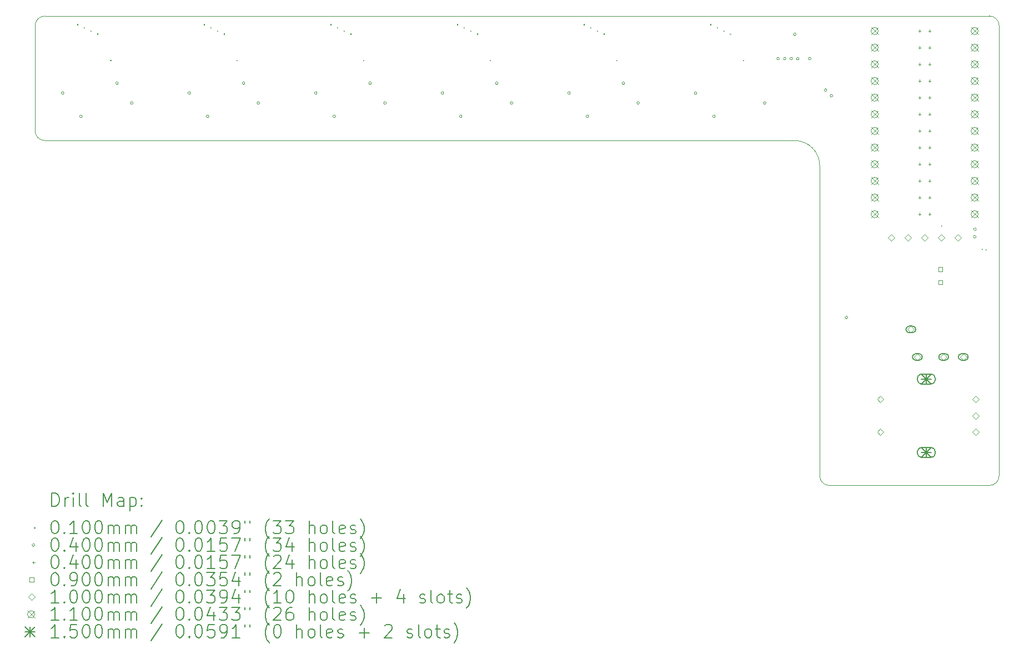
<source format=gbr>
%TF.GenerationSoftware,KiCad,Pcbnew,7.0.6-7.0.6~ubuntu20.04.1*%
%TF.CreationDate,2023-10-06T02:12:36+00:00*%
%TF.ProjectId,Seismos_CoreL,53656973-6d6f-4735-9f43-6f72654c2e6b,rev?*%
%TF.SameCoordinates,Original*%
%TF.FileFunction,Drillmap*%
%TF.FilePolarity,Positive*%
%FSLAX45Y45*%
G04 Gerber Fmt 4.5, Leading zero omitted, Abs format (unit mm)*
G04 Created by KiCad (PCBNEW 7.0.6-7.0.6~ubuntu20.04.1) date 2023-10-06 02:12:36*
%MOMM*%
%LPD*%
G01*
G04 APERTURE LIST*
%ADD10C,0.100000*%
%ADD11C,0.200000*%
%ADD12C,0.010000*%
%ADD13C,0.040000*%
%ADD14C,0.090000*%
%ADD15C,0.110000*%
%ADD16C,0.150000*%
G04 APERTURE END LIST*
D10*
X15113400Y-9160000D02*
X17550000Y-9160000D01*
X17700000Y-2150000D02*
G75*
G03*
X17550000Y-2000000I-150000J0D01*
G01*
X14963400Y-4281000D02*
X14963400Y-9010000D01*
X14963400Y-9010000D02*
G75*
G03*
X15113400Y-9160000I150000J0D01*
G01*
X3150000Y-3900000D02*
X14582400Y-3900000D01*
X3000000Y-3750000D02*
G75*
G03*
X3150000Y-3900000I150000J0D01*
G01*
X3150000Y-2000000D02*
G75*
G03*
X3000000Y-2150000I0J-150000D01*
G01*
X17700000Y-2150000D02*
X17700000Y-9010000D01*
X17550000Y-9160000D02*
G75*
G03*
X17700000Y-9010000I0J150000D01*
G01*
X14963400Y-4281000D02*
G75*
G03*
X14582400Y-3900000I-381000J0D01*
G01*
X17550000Y-2000000D02*
X3150000Y-2000000D01*
X3000000Y-2150000D02*
X3000000Y-3750000D01*
D11*
D12*
X3645000Y-2124000D02*
X3655000Y-2134000D01*
X3655000Y-2124000D02*
X3645000Y-2134000D01*
X3745000Y-2171650D02*
X3755000Y-2181650D01*
X3755000Y-2171650D02*
X3745000Y-2181650D01*
X3845000Y-2219300D02*
X3855000Y-2229300D01*
X3855000Y-2219300D02*
X3845000Y-2229300D01*
X3945000Y-2266950D02*
X3955000Y-2276950D01*
X3955000Y-2266950D02*
X3945000Y-2276950D01*
X4145000Y-2670000D02*
X4155000Y-2680000D01*
X4155000Y-2670000D02*
X4145000Y-2680000D01*
X5575000Y-2124000D02*
X5585000Y-2134000D01*
X5585000Y-2124000D02*
X5575000Y-2134000D01*
X5675000Y-2171650D02*
X5685000Y-2181650D01*
X5685000Y-2171650D02*
X5675000Y-2181650D01*
X5775000Y-2219300D02*
X5785000Y-2229300D01*
X5785000Y-2219300D02*
X5775000Y-2229300D01*
X5875000Y-2266950D02*
X5885000Y-2276950D01*
X5885000Y-2266950D02*
X5875000Y-2276950D01*
X6075000Y-2670000D02*
X6085000Y-2680000D01*
X6085000Y-2670000D02*
X6075000Y-2680000D01*
X7505000Y-2124000D02*
X7515000Y-2134000D01*
X7515000Y-2124000D02*
X7505000Y-2134000D01*
X7605000Y-2171650D02*
X7615000Y-2181650D01*
X7615000Y-2171650D02*
X7605000Y-2181650D01*
X7705000Y-2219300D02*
X7715000Y-2229300D01*
X7715000Y-2219300D02*
X7705000Y-2229300D01*
X7805000Y-2266950D02*
X7815000Y-2276950D01*
X7815000Y-2266950D02*
X7805000Y-2276950D01*
X8005000Y-2670000D02*
X8015000Y-2680000D01*
X8015000Y-2670000D02*
X8005000Y-2680000D01*
X9435000Y-2124000D02*
X9445000Y-2134000D01*
X9445000Y-2124000D02*
X9435000Y-2134000D01*
X9535000Y-2171650D02*
X9545000Y-2181650D01*
X9545000Y-2171650D02*
X9535000Y-2181650D01*
X9635000Y-2219300D02*
X9645000Y-2229300D01*
X9645000Y-2219300D02*
X9635000Y-2229300D01*
X9735000Y-2266950D02*
X9745000Y-2276950D01*
X9745000Y-2266950D02*
X9735000Y-2276950D01*
X9935000Y-2670000D02*
X9945000Y-2680000D01*
X9945000Y-2670000D02*
X9935000Y-2680000D01*
X11365000Y-2124000D02*
X11375000Y-2134000D01*
X11375000Y-2124000D02*
X11365000Y-2134000D01*
X11465000Y-2171650D02*
X11475000Y-2181650D01*
X11475000Y-2171650D02*
X11465000Y-2181650D01*
X11565000Y-2219300D02*
X11575000Y-2229300D01*
X11575000Y-2219300D02*
X11565000Y-2229300D01*
X11665000Y-2266950D02*
X11675000Y-2276950D01*
X11675000Y-2266950D02*
X11665000Y-2276950D01*
X11865000Y-2670000D02*
X11875000Y-2680000D01*
X11875000Y-2670000D02*
X11865000Y-2680000D01*
X13295000Y-2124000D02*
X13305000Y-2134000D01*
X13305000Y-2124000D02*
X13295000Y-2134000D01*
X13395000Y-2171650D02*
X13405000Y-2181650D01*
X13405000Y-2171650D02*
X13395000Y-2181650D01*
X13495000Y-2219300D02*
X13505000Y-2229300D01*
X13505000Y-2219300D02*
X13495000Y-2229300D01*
X13595000Y-2266950D02*
X13605000Y-2276950D01*
X13605000Y-2266950D02*
X13595000Y-2276950D01*
X13795000Y-2670000D02*
X13805000Y-2680000D01*
X13805000Y-2670000D02*
X13795000Y-2680000D01*
X16812600Y-5195400D02*
X16822600Y-5205400D01*
X16822600Y-5195400D02*
X16812600Y-5205400D01*
X17431306Y-5551306D02*
X17441306Y-5561306D01*
X17441306Y-5551306D02*
X17431306Y-5561306D01*
X17495000Y-5555000D02*
X17505000Y-5565000D01*
X17505000Y-5555000D02*
X17495000Y-5565000D01*
D13*
X3440190Y-3174930D02*
G75*
G03*
X3440190Y-3174930I-20000J0D01*
G01*
X3720000Y-3530000D02*
G75*
G03*
X3720000Y-3530000I-20000J0D01*
G01*
X4270000Y-3025000D02*
G75*
G03*
X4270000Y-3025000I-20000J0D01*
G01*
X4495000Y-3325000D02*
G75*
G03*
X4495000Y-3325000I-20000J0D01*
G01*
X5370190Y-3174930D02*
G75*
G03*
X5370190Y-3174930I-20000J0D01*
G01*
X5650000Y-3530000D02*
G75*
G03*
X5650000Y-3530000I-20000J0D01*
G01*
X6200000Y-3025000D02*
G75*
G03*
X6200000Y-3025000I-20000J0D01*
G01*
X6425000Y-3325000D02*
G75*
G03*
X6425000Y-3325000I-20000J0D01*
G01*
X7300190Y-3174930D02*
G75*
G03*
X7300190Y-3174930I-20000J0D01*
G01*
X7580000Y-3530000D02*
G75*
G03*
X7580000Y-3530000I-20000J0D01*
G01*
X8130000Y-3025000D02*
G75*
G03*
X8130000Y-3025000I-20000J0D01*
G01*
X8355000Y-3325000D02*
G75*
G03*
X8355000Y-3325000I-20000J0D01*
G01*
X9230190Y-3174930D02*
G75*
G03*
X9230190Y-3174930I-20000J0D01*
G01*
X9510000Y-3530000D02*
G75*
G03*
X9510000Y-3530000I-20000J0D01*
G01*
X10060000Y-3025000D02*
G75*
G03*
X10060000Y-3025000I-20000J0D01*
G01*
X10285000Y-3325000D02*
G75*
G03*
X10285000Y-3325000I-20000J0D01*
G01*
X11160190Y-3174930D02*
G75*
G03*
X11160190Y-3174930I-20000J0D01*
G01*
X11440000Y-3530000D02*
G75*
G03*
X11440000Y-3530000I-20000J0D01*
G01*
X11990000Y-3025000D02*
G75*
G03*
X11990000Y-3025000I-20000J0D01*
G01*
X12215000Y-3325000D02*
G75*
G03*
X12215000Y-3325000I-20000J0D01*
G01*
X13090190Y-3174930D02*
G75*
G03*
X13090190Y-3174930I-20000J0D01*
G01*
X13370000Y-3530000D02*
G75*
G03*
X13370000Y-3530000I-20000J0D01*
G01*
X14145000Y-3325000D02*
G75*
G03*
X14145000Y-3325000I-20000J0D01*
G01*
X14348400Y-2650350D02*
G75*
G03*
X14348400Y-2650350I-20000J0D01*
G01*
X14448350Y-2650350D02*
G75*
G03*
X14448350Y-2650350I-20000J0D01*
G01*
X14548301Y-2650350D02*
G75*
G03*
X14548301Y-2650350I-20000J0D01*
G01*
X14602400Y-2279400D02*
G75*
G03*
X14602400Y-2279400I-20000J0D01*
G01*
X14648251Y-2650350D02*
G75*
G03*
X14648251Y-2650350I-20000J0D01*
G01*
X14831000Y-2650350D02*
G75*
G03*
X14831000Y-2650350I-20000J0D01*
G01*
X15072871Y-3129729D02*
G75*
G03*
X15072871Y-3129729I-20000J0D01*
G01*
X15161771Y-3218629D02*
G75*
G03*
X15161771Y-3218629I-20000J0D01*
G01*
X15389800Y-6597400D02*
G75*
G03*
X15389800Y-6597400I-20000J0D01*
G01*
X17347647Y-5367647D02*
G75*
G03*
X17347647Y-5367647I-20000J0D01*
G01*
X17350950Y-5252550D02*
G75*
G03*
X17350950Y-5252550I-20000J0D01*
G01*
X16487400Y-2208600D02*
X16487400Y-2248600D01*
X16467400Y-2228600D02*
X16507400Y-2228600D01*
X16487400Y-2462600D02*
X16487400Y-2502600D01*
X16467400Y-2482600D02*
X16507400Y-2482600D01*
X16487400Y-2716600D02*
X16487400Y-2756600D01*
X16467400Y-2736600D02*
X16507400Y-2736600D01*
X16487400Y-2970600D02*
X16487400Y-3010600D01*
X16467400Y-2990600D02*
X16507400Y-2990600D01*
X16487400Y-3224600D02*
X16487400Y-3264600D01*
X16467400Y-3244600D02*
X16507400Y-3244600D01*
X16487400Y-3478600D02*
X16487400Y-3518600D01*
X16467400Y-3498600D02*
X16507400Y-3498600D01*
X16487400Y-3732600D02*
X16487400Y-3772600D01*
X16467400Y-3752600D02*
X16507400Y-3752600D01*
X16487400Y-3986600D02*
X16487400Y-4026600D01*
X16467400Y-4006600D02*
X16507400Y-4006600D01*
X16487400Y-4240600D02*
X16487400Y-4280600D01*
X16467400Y-4260600D02*
X16507400Y-4260600D01*
X16487400Y-4494600D02*
X16487400Y-4534600D01*
X16467400Y-4514600D02*
X16507400Y-4514600D01*
X16487400Y-4748600D02*
X16487400Y-4788600D01*
X16467400Y-4768600D02*
X16507400Y-4768600D01*
X16487400Y-5002600D02*
X16487400Y-5042600D01*
X16467400Y-5022600D02*
X16507400Y-5022600D01*
X16639800Y-2208600D02*
X16639800Y-2248600D01*
X16619800Y-2228600D02*
X16659800Y-2228600D01*
X16639800Y-2462600D02*
X16639800Y-2502600D01*
X16619800Y-2482600D02*
X16659800Y-2482600D01*
X16639800Y-2716600D02*
X16639800Y-2756600D01*
X16619800Y-2736600D02*
X16659800Y-2736600D01*
X16639800Y-2970600D02*
X16639800Y-3010600D01*
X16619800Y-2990600D02*
X16659800Y-2990600D01*
X16639800Y-3224600D02*
X16639800Y-3264600D01*
X16619800Y-3244600D02*
X16659800Y-3244600D01*
X16639800Y-3478600D02*
X16639800Y-3518600D01*
X16619800Y-3498600D02*
X16659800Y-3498600D01*
X16639800Y-3732600D02*
X16639800Y-3772600D01*
X16619800Y-3752600D02*
X16659800Y-3752600D01*
X16639800Y-3986600D02*
X16639800Y-4026600D01*
X16619800Y-4006600D02*
X16659800Y-4006600D01*
X16639800Y-4240600D02*
X16639800Y-4280600D01*
X16619800Y-4260600D02*
X16659800Y-4260600D01*
X16639800Y-4494600D02*
X16639800Y-4534600D01*
X16619800Y-4514600D02*
X16659800Y-4514600D01*
X16639800Y-4748600D02*
X16639800Y-4788600D01*
X16619800Y-4768600D02*
X16659800Y-4768600D01*
X16639800Y-5002600D02*
X16639800Y-5042600D01*
X16619800Y-5022600D02*
X16659800Y-5022600D01*
D14*
X16836870Y-5895020D02*
X16836870Y-5831380D01*
X16773230Y-5831380D01*
X16773230Y-5895020D01*
X16836870Y-5895020D01*
X16836870Y-6095020D02*
X16836870Y-6031380D01*
X16773230Y-6031380D01*
X16773230Y-6095020D01*
X16836870Y-6095020D01*
D10*
X15889000Y-7896000D02*
X15939000Y-7846000D01*
X15889000Y-7796000D01*
X15839000Y-7846000D01*
X15889000Y-7896000D01*
X15889000Y-8396000D02*
X15939000Y-8346000D01*
X15889000Y-8296000D01*
X15839000Y-8346000D01*
X15889000Y-8396000D01*
X16055600Y-5426600D02*
X16105600Y-5376600D01*
X16055600Y-5326600D01*
X16005600Y-5376600D01*
X16055600Y-5426600D01*
X16309600Y-5426600D02*
X16359600Y-5376600D01*
X16309600Y-5326600D01*
X16259600Y-5376600D01*
X16309600Y-5426600D01*
X16353000Y-6829700D02*
X16403000Y-6779700D01*
X16353000Y-6729700D01*
X16303000Y-6779700D01*
X16353000Y-6829700D01*
D11*
X16378000Y-6729700D02*
X16328000Y-6729700D01*
X16328000Y-6729700D02*
G75*
G03*
X16328000Y-6829700I0J-50000D01*
G01*
X16328000Y-6829700D02*
X16378000Y-6829700D01*
X16378000Y-6829700D02*
G75*
G03*
X16378000Y-6729700I0J50000D01*
G01*
D10*
X16453000Y-7249700D02*
X16503000Y-7199700D01*
X16453000Y-7149700D01*
X16403000Y-7199700D01*
X16453000Y-7249700D01*
D11*
X16478000Y-7149700D02*
X16428000Y-7149700D01*
X16428000Y-7149700D02*
G75*
G03*
X16428000Y-7249700I0J-50000D01*
G01*
X16428000Y-7249700D02*
X16478000Y-7249700D01*
X16478000Y-7249700D02*
G75*
G03*
X16478000Y-7149700I0J50000D01*
G01*
D10*
X16563600Y-5426600D02*
X16613600Y-5376600D01*
X16563600Y-5326600D01*
X16513600Y-5376600D01*
X16563600Y-5426600D01*
X16817600Y-5426600D02*
X16867600Y-5376600D01*
X16817600Y-5326600D01*
X16767600Y-5376600D01*
X16817600Y-5426600D01*
X16853000Y-7249700D02*
X16903000Y-7199700D01*
X16853000Y-7149700D01*
X16803000Y-7199700D01*
X16853000Y-7249700D01*
D11*
X16878000Y-7149700D02*
X16828000Y-7149700D01*
X16828000Y-7149700D02*
G75*
G03*
X16828000Y-7249700I0J-50000D01*
G01*
X16828000Y-7249700D02*
X16878000Y-7249700D01*
X16878000Y-7249700D02*
G75*
G03*
X16878000Y-7149700I0J50000D01*
G01*
D10*
X17071600Y-5426600D02*
X17121600Y-5376600D01*
X17071600Y-5326600D01*
X17021600Y-5376600D01*
X17071600Y-5426600D01*
X17153000Y-7249700D02*
X17203000Y-7199700D01*
X17153000Y-7149700D01*
X17103000Y-7199700D01*
X17153000Y-7249700D01*
D11*
X17178000Y-7149700D02*
X17128000Y-7149700D01*
X17128000Y-7149700D02*
G75*
G03*
X17128000Y-7249700I0J-50000D01*
G01*
X17128000Y-7249700D02*
X17178000Y-7249700D01*
X17178000Y-7249700D02*
G75*
G03*
X17178000Y-7149700I0J50000D01*
G01*
D10*
X17339000Y-7896000D02*
X17389000Y-7846000D01*
X17339000Y-7796000D01*
X17289000Y-7846000D01*
X17339000Y-7896000D01*
X17339000Y-8146000D02*
X17389000Y-8096000D01*
X17339000Y-8046000D01*
X17289000Y-8096000D01*
X17339000Y-8146000D01*
X17339000Y-8396000D02*
X17389000Y-8346000D01*
X17339000Y-8296000D01*
X17289000Y-8346000D01*
X17339000Y-8396000D01*
D15*
X15746600Y-2173600D02*
X15856600Y-2283600D01*
X15856600Y-2173600D02*
X15746600Y-2283600D01*
X15856600Y-2228600D02*
G75*
G03*
X15856600Y-2228600I-55000J0D01*
G01*
X15746600Y-2173600D02*
X15856600Y-2283600D01*
X15856600Y-2173600D02*
X15746600Y-2283600D01*
X15856600Y-2228600D02*
G75*
G03*
X15856600Y-2228600I-55000J0D01*
G01*
X15746600Y-2427600D02*
X15856600Y-2537600D01*
X15856600Y-2427600D02*
X15746600Y-2537600D01*
X15856600Y-2482600D02*
G75*
G03*
X15856600Y-2482600I-55000J0D01*
G01*
X15746600Y-2681600D02*
X15856600Y-2791600D01*
X15856600Y-2681600D02*
X15746600Y-2791600D01*
X15856600Y-2736600D02*
G75*
G03*
X15856600Y-2736600I-55000J0D01*
G01*
X15746600Y-2935600D02*
X15856600Y-3045600D01*
X15856600Y-2935600D02*
X15746600Y-3045600D01*
X15856600Y-2990600D02*
G75*
G03*
X15856600Y-2990600I-55000J0D01*
G01*
X15746600Y-3189600D02*
X15856600Y-3299600D01*
X15856600Y-3189600D02*
X15746600Y-3299600D01*
X15856600Y-3244600D02*
G75*
G03*
X15856600Y-3244600I-55000J0D01*
G01*
X15746600Y-3443600D02*
X15856600Y-3553600D01*
X15856600Y-3443600D02*
X15746600Y-3553600D01*
X15856600Y-3498600D02*
G75*
G03*
X15856600Y-3498600I-55000J0D01*
G01*
X15746600Y-3697600D02*
X15856600Y-3807600D01*
X15856600Y-3697600D02*
X15746600Y-3807600D01*
X15856600Y-3752600D02*
G75*
G03*
X15856600Y-3752600I-55000J0D01*
G01*
X15746600Y-3951600D02*
X15856600Y-4061600D01*
X15856600Y-3951600D02*
X15746600Y-4061600D01*
X15856600Y-4006600D02*
G75*
G03*
X15856600Y-4006600I-55000J0D01*
G01*
X15746600Y-4205600D02*
X15856600Y-4315600D01*
X15856600Y-4205600D02*
X15746600Y-4315600D01*
X15856600Y-4260600D02*
G75*
G03*
X15856600Y-4260600I-55000J0D01*
G01*
X15746600Y-4459600D02*
X15856600Y-4569600D01*
X15856600Y-4459600D02*
X15746600Y-4569600D01*
X15856600Y-4514600D02*
G75*
G03*
X15856600Y-4514600I-55000J0D01*
G01*
X15746600Y-4713600D02*
X15856600Y-4823600D01*
X15856600Y-4713600D02*
X15746600Y-4823600D01*
X15856600Y-4768600D02*
G75*
G03*
X15856600Y-4768600I-55000J0D01*
G01*
X15746600Y-4967600D02*
X15856600Y-5077600D01*
X15856600Y-4967600D02*
X15746600Y-5077600D01*
X15856600Y-5022600D02*
G75*
G03*
X15856600Y-5022600I-55000J0D01*
G01*
X17270600Y-2173600D02*
X17380600Y-2283600D01*
X17380600Y-2173600D02*
X17270600Y-2283600D01*
X17380600Y-2228600D02*
G75*
G03*
X17380600Y-2228600I-55000J0D01*
G01*
X17270600Y-2173600D02*
X17380600Y-2283600D01*
X17380600Y-2173600D02*
X17270600Y-2283600D01*
X17380600Y-2228600D02*
G75*
G03*
X17380600Y-2228600I-55000J0D01*
G01*
X17270600Y-2427600D02*
X17380600Y-2537600D01*
X17380600Y-2427600D02*
X17270600Y-2537600D01*
X17380600Y-2482600D02*
G75*
G03*
X17380600Y-2482600I-55000J0D01*
G01*
X17270600Y-2681600D02*
X17380600Y-2791600D01*
X17380600Y-2681600D02*
X17270600Y-2791600D01*
X17380600Y-2736600D02*
G75*
G03*
X17380600Y-2736600I-55000J0D01*
G01*
X17270600Y-2935600D02*
X17380600Y-3045600D01*
X17380600Y-2935600D02*
X17270600Y-3045600D01*
X17380600Y-2990600D02*
G75*
G03*
X17380600Y-2990600I-55000J0D01*
G01*
X17270600Y-3189600D02*
X17380600Y-3299600D01*
X17380600Y-3189600D02*
X17270600Y-3299600D01*
X17380600Y-3244600D02*
G75*
G03*
X17380600Y-3244600I-55000J0D01*
G01*
X17270600Y-3443600D02*
X17380600Y-3553600D01*
X17380600Y-3443600D02*
X17270600Y-3553600D01*
X17380600Y-3498600D02*
G75*
G03*
X17380600Y-3498600I-55000J0D01*
G01*
X17270600Y-3697600D02*
X17380600Y-3807600D01*
X17380600Y-3697600D02*
X17270600Y-3807600D01*
X17380600Y-3752600D02*
G75*
G03*
X17380600Y-3752600I-55000J0D01*
G01*
X17270600Y-3951600D02*
X17380600Y-4061600D01*
X17380600Y-3951600D02*
X17270600Y-4061600D01*
X17380600Y-4006600D02*
G75*
G03*
X17380600Y-4006600I-55000J0D01*
G01*
X17270600Y-4205600D02*
X17380600Y-4315600D01*
X17380600Y-4205600D02*
X17270600Y-4315600D01*
X17380600Y-4260600D02*
G75*
G03*
X17380600Y-4260600I-55000J0D01*
G01*
X17270600Y-4459600D02*
X17380600Y-4569600D01*
X17380600Y-4459600D02*
X17270600Y-4569600D01*
X17380600Y-4514600D02*
G75*
G03*
X17380600Y-4514600I-55000J0D01*
G01*
X17270600Y-4713600D02*
X17380600Y-4823600D01*
X17380600Y-4713600D02*
X17270600Y-4823600D01*
X17380600Y-4768600D02*
G75*
G03*
X17380600Y-4768600I-55000J0D01*
G01*
X17270600Y-4967600D02*
X17380600Y-5077600D01*
X17380600Y-4967600D02*
X17270600Y-5077600D01*
X17380600Y-5022600D02*
G75*
G03*
X17380600Y-5022600I-55000J0D01*
G01*
D16*
X16514000Y-7461000D02*
X16664000Y-7611000D01*
X16664000Y-7461000D02*
X16514000Y-7611000D01*
X16589000Y-7461000D02*
X16589000Y-7611000D01*
X16514000Y-7536000D02*
X16664000Y-7536000D01*
D11*
X16654000Y-7461000D02*
X16524000Y-7461000D01*
X16524000Y-7461000D02*
G75*
G03*
X16524000Y-7611000I0J-75000D01*
G01*
X16524000Y-7611000D02*
X16654000Y-7611000D01*
X16654000Y-7611000D02*
G75*
G03*
X16654000Y-7461000I0J75000D01*
G01*
D16*
X16514000Y-8581000D02*
X16664000Y-8731000D01*
X16664000Y-8581000D02*
X16514000Y-8731000D01*
X16589000Y-8581000D02*
X16589000Y-8731000D01*
X16514000Y-8656000D02*
X16664000Y-8656000D01*
D11*
X16654000Y-8581000D02*
X16524000Y-8581000D01*
X16524000Y-8581000D02*
G75*
G03*
X16524000Y-8731000I0J-75000D01*
G01*
X16524000Y-8731000D02*
X16654000Y-8731000D01*
X16654000Y-8731000D02*
G75*
G03*
X16654000Y-8581000I0J75000D01*
G01*
X3255777Y-9476484D02*
X3255777Y-9276484D01*
X3255777Y-9276484D02*
X3303396Y-9276484D01*
X3303396Y-9276484D02*
X3331967Y-9286008D01*
X3331967Y-9286008D02*
X3351015Y-9305055D01*
X3351015Y-9305055D02*
X3360539Y-9324103D01*
X3360539Y-9324103D02*
X3370062Y-9362198D01*
X3370062Y-9362198D02*
X3370062Y-9390770D01*
X3370062Y-9390770D02*
X3360539Y-9428865D01*
X3360539Y-9428865D02*
X3351015Y-9447912D01*
X3351015Y-9447912D02*
X3331967Y-9466960D01*
X3331967Y-9466960D02*
X3303396Y-9476484D01*
X3303396Y-9476484D02*
X3255777Y-9476484D01*
X3455777Y-9476484D02*
X3455777Y-9343150D01*
X3455777Y-9381246D02*
X3465301Y-9362198D01*
X3465301Y-9362198D02*
X3474824Y-9352674D01*
X3474824Y-9352674D02*
X3493872Y-9343150D01*
X3493872Y-9343150D02*
X3512920Y-9343150D01*
X3579586Y-9476484D02*
X3579586Y-9343150D01*
X3579586Y-9276484D02*
X3570062Y-9286008D01*
X3570062Y-9286008D02*
X3579586Y-9295531D01*
X3579586Y-9295531D02*
X3589110Y-9286008D01*
X3589110Y-9286008D02*
X3579586Y-9276484D01*
X3579586Y-9276484D02*
X3579586Y-9295531D01*
X3703396Y-9476484D02*
X3684348Y-9466960D01*
X3684348Y-9466960D02*
X3674824Y-9447912D01*
X3674824Y-9447912D02*
X3674824Y-9276484D01*
X3808158Y-9476484D02*
X3789110Y-9466960D01*
X3789110Y-9466960D02*
X3779586Y-9447912D01*
X3779586Y-9447912D02*
X3779586Y-9276484D01*
X4036729Y-9476484D02*
X4036729Y-9276484D01*
X4036729Y-9276484D02*
X4103396Y-9419341D01*
X4103396Y-9419341D02*
X4170062Y-9276484D01*
X4170062Y-9276484D02*
X4170062Y-9476484D01*
X4351015Y-9476484D02*
X4351015Y-9371722D01*
X4351015Y-9371722D02*
X4341491Y-9352674D01*
X4341491Y-9352674D02*
X4322444Y-9343150D01*
X4322444Y-9343150D02*
X4284348Y-9343150D01*
X4284348Y-9343150D02*
X4265301Y-9352674D01*
X4351015Y-9466960D02*
X4331967Y-9476484D01*
X4331967Y-9476484D02*
X4284348Y-9476484D01*
X4284348Y-9476484D02*
X4265301Y-9466960D01*
X4265301Y-9466960D02*
X4255777Y-9447912D01*
X4255777Y-9447912D02*
X4255777Y-9428865D01*
X4255777Y-9428865D02*
X4265301Y-9409817D01*
X4265301Y-9409817D02*
X4284348Y-9400293D01*
X4284348Y-9400293D02*
X4331967Y-9400293D01*
X4331967Y-9400293D02*
X4351015Y-9390770D01*
X4446253Y-9343150D02*
X4446253Y-9543150D01*
X4446253Y-9352674D02*
X4465301Y-9343150D01*
X4465301Y-9343150D02*
X4503396Y-9343150D01*
X4503396Y-9343150D02*
X4522444Y-9352674D01*
X4522444Y-9352674D02*
X4531967Y-9362198D01*
X4531967Y-9362198D02*
X4541491Y-9381246D01*
X4541491Y-9381246D02*
X4541491Y-9438389D01*
X4541491Y-9438389D02*
X4531967Y-9457436D01*
X4531967Y-9457436D02*
X4522444Y-9466960D01*
X4522444Y-9466960D02*
X4503396Y-9476484D01*
X4503396Y-9476484D02*
X4465301Y-9476484D01*
X4465301Y-9476484D02*
X4446253Y-9466960D01*
X4627205Y-9457436D02*
X4636729Y-9466960D01*
X4636729Y-9466960D02*
X4627205Y-9476484D01*
X4627205Y-9476484D02*
X4617682Y-9466960D01*
X4617682Y-9466960D02*
X4627205Y-9457436D01*
X4627205Y-9457436D02*
X4627205Y-9476484D01*
X4627205Y-9352674D02*
X4636729Y-9362198D01*
X4636729Y-9362198D02*
X4627205Y-9371722D01*
X4627205Y-9371722D02*
X4617682Y-9362198D01*
X4617682Y-9362198D02*
X4627205Y-9352674D01*
X4627205Y-9352674D02*
X4627205Y-9371722D01*
D12*
X2985000Y-9800000D02*
X2995000Y-9810000D01*
X2995000Y-9800000D02*
X2985000Y-9810000D01*
D11*
X3293872Y-9696484D02*
X3312920Y-9696484D01*
X3312920Y-9696484D02*
X3331967Y-9706008D01*
X3331967Y-9706008D02*
X3341491Y-9715531D01*
X3341491Y-9715531D02*
X3351015Y-9734579D01*
X3351015Y-9734579D02*
X3360539Y-9772674D01*
X3360539Y-9772674D02*
X3360539Y-9820293D01*
X3360539Y-9820293D02*
X3351015Y-9858389D01*
X3351015Y-9858389D02*
X3341491Y-9877436D01*
X3341491Y-9877436D02*
X3331967Y-9886960D01*
X3331967Y-9886960D02*
X3312920Y-9896484D01*
X3312920Y-9896484D02*
X3293872Y-9896484D01*
X3293872Y-9896484D02*
X3274824Y-9886960D01*
X3274824Y-9886960D02*
X3265301Y-9877436D01*
X3265301Y-9877436D02*
X3255777Y-9858389D01*
X3255777Y-9858389D02*
X3246253Y-9820293D01*
X3246253Y-9820293D02*
X3246253Y-9772674D01*
X3246253Y-9772674D02*
X3255777Y-9734579D01*
X3255777Y-9734579D02*
X3265301Y-9715531D01*
X3265301Y-9715531D02*
X3274824Y-9706008D01*
X3274824Y-9706008D02*
X3293872Y-9696484D01*
X3446253Y-9877436D02*
X3455777Y-9886960D01*
X3455777Y-9886960D02*
X3446253Y-9896484D01*
X3446253Y-9896484D02*
X3436729Y-9886960D01*
X3436729Y-9886960D02*
X3446253Y-9877436D01*
X3446253Y-9877436D02*
X3446253Y-9896484D01*
X3646253Y-9896484D02*
X3531967Y-9896484D01*
X3589110Y-9896484D02*
X3589110Y-9696484D01*
X3589110Y-9696484D02*
X3570062Y-9725055D01*
X3570062Y-9725055D02*
X3551015Y-9744103D01*
X3551015Y-9744103D02*
X3531967Y-9753627D01*
X3770062Y-9696484D02*
X3789110Y-9696484D01*
X3789110Y-9696484D02*
X3808158Y-9706008D01*
X3808158Y-9706008D02*
X3817682Y-9715531D01*
X3817682Y-9715531D02*
X3827205Y-9734579D01*
X3827205Y-9734579D02*
X3836729Y-9772674D01*
X3836729Y-9772674D02*
X3836729Y-9820293D01*
X3836729Y-9820293D02*
X3827205Y-9858389D01*
X3827205Y-9858389D02*
X3817682Y-9877436D01*
X3817682Y-9877436D02*
X3808158Y-9886960D01*
X3808158Y-9886960D02*
X3789110Y-9896484D01*
X3789110Y-9896484D02*
X3770062Y-9896484D01*
X3770062Y-9896484D02*
X3751015Y-9886960D01*
X3751015Y-9886960D02*
X3741491Y-9877436D01*
X3741491Y-9877436D02*
X3731967Y-9858389D01*
X3731967Y-9858389D02*
X3722443Y-9820293D01*
X3722443Y-9820293D02*
X3722443Y-9772674D01*
X3722443Y-9772674D02*
X3731967Y-9734579D01*
X3731967Y-9734579D02*
X3741491Y-9715531D01*
X3741491Y-9715531D02*
X3751015Y-9706008D01*
X3751015Y-9706008D02*
X3770062Y-9696484D01*
X3960539Y-9696484D02*
X3979586Y-9696484D01*
X3979586Y-9696484D02*
X3998634Y-9706008D01*
X3998634Y-9706008D02*
X4008158Y-9715531D01*
X4008158Y-9715531D02*
X4017682Y-9734579D01*
X4017682Y-9734579D02*
X4027205Y-9772674D01*
X4027205Y-9772674D02*
X4027205Y-9820293D01*
X4027205Y-9820293D02*
X4017682Y-9858389D01*
X4017682Y-9858389D02*
X4008158Y-9877436D01*
X4008158Y-9877436D02*
X3998634Y-9886960D01*
X3998634Y-9886960D02*
X3979586Y-9896484D01*
X3979586Y-9896484D02*
X3960539Y-9896484D01*
X3960539Y-9896484D02*
X3941491Y-9886960D01*
X3941491Y-9886960D02*
X3931967Y-9877436D01*
X3931967Y-9877436D02*
X3922443Y-9858389D01*
X3922443Y-9858389D02*
X3912920Y-9820293D01*
X3912920Y-9820293D02*
X3912920Y-9772674D01*
X3912920Y-9772674D02*
X3922443Y-9734579D01*
X3922443Y-9734579D02*
X3931967Y-9715531D01*
X3931967Y-9715531D02*
X3941491Y-9706008D01*
X3941491Y-9706008D02*
X3960539Y-9696484D01*
X4112920Y-9896484D02*
X4112920Y-9763150D01*
X4112920Y-9782198D02*
X4122443Y-9772674D01*
X4122443Y-9772674D02*
X4141491Y-9763150D01*
X4141491Y-9763150D02*
X4170063Y-9763150D01*
X4170063Y-9763150D02*
X4189110Y-9772674D01*
X4189110Y-9772674D02*
X4198634Y-9791722D01*
X4198634Y-9791722D02*
X4198634Y-9896484D01*
X4198634Y-9791722D02*
X4208158Y-9772674D01*
X4208158Y-9772674D02*
X4227205Y-9763150D01*
X4227205Y-9763150D02*
X4255777Y-9763150D01*
X4255777Y-9763150D02*
X4274825Y-9772674D01*
X4274825Y-9772674D02*
X4284348Y-9791722D01*
X4284348Y-9791722D02*
X4284348Y-9896484D01*
X4379586Y-9896484D02*
X4379586Y-9763150D01*
X4379586Y-9782198D02*
X4389110Y-9772674D01*
X4389110Y-9772674D02*
X4408158Y-9763150D01*
X4408158Y-9763150D02*
X4436729Y-9763150D01*
X4436729Y-9763150D02*
X4455777Y-9772674D01*
X4455777Y-9772674D02*
X4465301Y-9791722D01*
X4465301Y-9791722D02*
X4465301Y-9896484D01*
X4465301Y-9791722D02*
X4474825Y-9772674D01*
X4474825Y-9772674D02*
X4493872Y-9763150D01*
X4493872Y-9763150D02*
X4522444Y-9763150D01*
X4522444Y-9763150D02*
X4541491Y-9772674D01*
X4541491Y-9772674D02*
X4551015Y-9791722D01*
X4551015Y-9791722D02*
X4551015Y-9896484D01*
X4941491Y-9686960D02*
X4770063Y-9944103D01*
X5198634Y-9696484D02*
X5217682Y-9696484D01*
X5217682Y-9696484D02*
X5236729Y-9706008D01*
X5236729Y-9706008D02*
X5246253Y-9715531D01*
X5246253Y-9715531D02*
X5255777Y-9734579D01*
X5255777Y-9734579D02*
X5265301Y-9772674D01*
X5265301Y-9772674D02*
X5265301Y-9820293D01*
X5265301Y-9820293D02*
X5255777Y-9858389D01*
X5255777Y-9858389D02*
X5246253Y-9877436D01*
X5246253Y-9877436D02*
X5236729Y-9886960D01*
X5236729Y-9886960D02*
X5217682Y-9896484D01*
X5217682Y-9896484D02*
X5198634Y-9896484D01*
X5198634Y-9896484D02*
X5179587Y-9886960D01*
X5179587Y-9886960D02*
X5170063Y-9877436D01*
X5170063Y-9877436D02*
X5160539Y-9858389D01*
X5160539Y-9858389D02*
X5151015Y-9820293D01*
X5151015Y-9820293D02*
X5151015Y-9772674D01*
X5151015Y-9772674D02*
X5160539Y-9734579D01*
X5160539Y-9734579D02*
X5170063Y-9715531D01*
X5170063Y-9715531D02*
X5179587Y-9706008D01*
X5179587Y-9706008D02*
X5198634Y-9696484D01*
X5351015Y-9877436D02*
X5360539Y-9886960D01*
X5360539Y-9886960D02*
X5351015Y-9896484D01*
X5351015Y-9896484D02*
X5341491Y-9886960D01*
X5341491Y-9886960D02*
X5351015Y-9877436D01*
X5351015Y-9877436D02*
X5351015Y-9896484D01*
X5484348Y-9696484D02*
X5503396Y-9696484D01*
X5503396Y-9696484D02*
X5522444Y-9706008D01*
X5522444Y-9706008D02*
X5531968Y-9715531D01*
X5531968Y-9715531D02*
X5541491Y-9734579D01*
X5541491Y-9734579D02*
X5551015Y-9772674D01*
X5551015Y-9772674D02*
X5551015Y-9820293D01*
X5551015Y-9820293D02*
X5541491Y-9858389D01*
X5541491Y-9858389D02*
X5531968Y-9877436D01*
X5531968Y-9877436D02*
X5522444Y-9886960D01*
X5522444Y-9886960D02*
X5503396Y-9896484D01*
X5503396Y-9896484D02*
X5484348Y-9896484D01*
X5484348Y-9896484D02*
X5465301Y-9886960D01*
X5465301Y-9886960D02*
X5455777Y-9877436D01*
X5455777Y-9877436D02*
X5446253Y-9858389D01*
X5446253Y-9858389D02*
X5436729Y-9820293D01*
X5436729Y-9820293D02*
X5436729Y-9772674D01*
X5436729Y-9772674D02*
X5446253Y-9734579D01*
X5446253Y-9734579D02*
X5455777Y-9715531D01*
X5455777Y-9715531D02*
X5465301Y-9706008D01*
X5465301Y-9706008D02*
X5484348Y-9696484D01*
X5674825Y-9696484D02*
X5693872Y-9696484D01*
X5693872Y-9696484D02*
X5712920Y-9706008D01*
X5712920Y-9706008D02*
X5722444Y-9715531D01*
X5722444Y-9715531D02*
X5731967Y-9734579D01*
X5731967Y-9734579D02*
X5741491Y-9772674D01*
X5741491Y-9772674D02*
X5741491Y-9820293D01*
X5741491Y-9820293D02*
X5731967Y-9858389D01*
X5731967Y-9858389D02*
X5722444Y-9877436D01*
X5722444Y-9877436D02*
X5712920Y-9886960D01*
X5712920Y-9886960D02*
X5693872Y-9896484D01*
X5693872Y-9896484D02*
X5674825Y-9896484D01*
X5674825Y-9896484D02*
X5655777Y-9886960D01*
X5655777Y-9886960D02*
X5646253Y-9877436D01*
X5646253Y-9877436D02*
X5636729Y-9858389D01*
X5636729Y-9858389D02*
X5627206Y-9820293D01*
X5627206Y-9820293D02*
X5627206Y-9772674D01*
X5627206Y-9772674D02*
X5636729Y-9734579D01*
X5636729Y-9734579D02*
X5646253Y-9715531D01*
X5646253Y-9715531D02*
X5655777Y-9706008D01*
X5655777Y-9706008D02*
X5674825Y-9696484D01*
X5808158Y-9696484D02*
X5931967Y-9696484D01*
X5931967Y-9696484D02*
X5865301Y-9772674D01*
X5865301Y-9772674D02*
X5893872Y-9772674D01*
X5893872Y-9772674D02*
X5912920Y-9782198D01*
X5912920Y-9782198D02*
X5922444Y-9791722D01*
X5922444Y-9791722D02*
X5931967Y-9810770D01*
X5931967Y-9810770D02*
X5931967Y-9858389D01*
X5931967Y-9858389D02*
X5922444Y-9877436D01*
X5922444Y-9877436D02*
X5912920Y-9886960D01*
X5912920Y-9886960D02*
X5893872Y-9896484D01*
X5893872Y-9896484D02*
X5836729Y-9896484D01*
X5836729Y-9896484D02*
X5817682Y-9886960D01*
X5817682Y-9886960D02*
X5808158Y-9877436D01*
X6027206Y-9896484D02*
X6065301Y-9896484D01*
X6065301Y-9896484D02*
X6084348Y-9886960D01*
X6084348Y-9886960D02*
X6093872Y-9877436D01*
X6093872Y-9877436D02*
X6112920Y-9848865D01*
X6112920Y-9848865D02*
X6122444Y-9810770D01*
X6122444Y-9810770D02*
X6122444Y-9734579D01*
X6122444Y-9734579D02*
X6112920Y-9715531D01*
X6112920Y-9715531D02*
X6103396Y-9706008D01*
X6103396Y-9706008D02*
X6084348Y-9696484D01*
X6084348Y-9696484D02*
X6046253Y-9696484D01*
X6046253Y-9696484D02*
X6027206Y-9706008D01*
X6027206Y-9706008D02*
X6017682Y-9715531D01*
X6017682Y-9715531D02*
X6008158Y-9734579D01*
X6008158Y-9734579D02*
X6008158Y-9782198D01*
X6008158Y-9782198D02*
X6017682Y-9801246D01*
X6017682Y-9801246D02*
X6027206Y-9810770D01*
X6027206Y-9810770D02*
X6046253Y-9820293D01*
X6046253Y-9820293D02*
X6084348Y-9820293D01*
X6084348Y-9820293D02*
X6103396Y-9810770D01*
X6103396Y-9810770D02*
X6112920Y-9801246D01*
X6112920Y-9801246D02*
X6122444Y-9782198D01*
X6198634Y-9696484D02*
X6198634Y-9734579D01*
X6274825Y-9696484D02*
X6274825Y-9734579D01*
X6570063Y-9972674D02*
X6560539Y-9963150D01*
X6560539Y-9963150D02*
X6541491Y-9934579D01*
X6541491Y-9934579D02*
X6531968Y-9915531D01*
X6531968Y-9915531D02*
X6522444Y-9886960D01*
X6522444Y-9886960D02*
X6512920Y-9839341D01*
X6512920Y-9839341D02*
X6512920Y-9801246D01*
X6512920Y-9801246D02*
X6522444Y-9753627D01*
X6522444Y-9753627D02*
X6531968Y-9725055D01*
X6531968Y-9725055D02*
X6541491Y-9706008D01*
X6541491Y-9706008D02*
X6560539Y-9677436D01*
X6560539Y-9677436D02*
X6570063Y-9667912D01*
X6627206Y-9696484D02*
X6751015Y-9696484D01*
X6751015Y-9696484D02*
X6684348Y-9772674D01*
X6684348Y-9772674D02*
X6712920Y-9772674D01*
X6712920Y-9772674D02*
X6731968Y-9782198D01*
X6731968Y-9782198D02*
X6741491Y-9791722D01*
X6741491Y-9791722D02*
X6751015Y-9810770D01*
X6751015Y-9810770D02*
X6751015Y-9858389D01*
X6751015Y-9858389D02*
X6741491Y-9877436D01*
X6741491Y-9877436D02*
X6731968Y-9886960D01*
X6731968Y-9886960D02*
X6712920Y-9896484D01*
X6712920Y-9896484D02*
X6655777Y-9896484D01*
X6655777Y-9896484D02*
X6636729Y-9886960D01*
X6636729Y-9886960D02*
X6627206Y-9877436D01*
X6817682Y-9696484D02*
X6941491Y-9696484D01*
X6941491Y-9696484D02*
X6874825Y-9772674D01*
X6874825Y-9772674D02*
X6903396Y-9772674D01*
X6903396Y-9772674D02*
X6922444Y-9782198D01*
X6922444Y-9782198D02*
X6931968Y-9791722D01*
X6931968Y-9791722D02*
X6941491Y-9810770D01*
X6941491Y-9810770D02*
X6941491Y-9858389D01*
X6941491Y-9858389D02*
X6931968Y-9877436D01*
X6931968Y-9877436D02*
X6922444Y-9886960D01*
X6922444Y-9886960D02*
X6903396Y-9896484D01*
X6903396Y-9896484D02*
X6846253Y-9896484D01*
X6846253Y-9896484D02*
X6827206Y-9886960D01*
X6827206Y-9886960D02*
X6817682Y-9877436D01*
X7179587Y-9896484D02*
X7179587Y-9696484D01*
X7265301Y-9896484D02*
X7265301Y-9791722D01*
X7265301Y-9791722D02*
X7255777Y-9772674D01*
X7255777Y-9772674D02*
X7236730Y-9763150D01*
X7236730Y-9763150D02*
X7208158Y-9763150D01*
X7208158Y-9763150D02*
X7189110Y-9772674D01*
X7189110Y-9772674D02*
X7179587Y-9782198D01*
X7389110Y-9896484D02*
X7370063Y-9886960D01*
X7370063Y-9886960D02*
X7360539Y-9877436D01*
X7360539Y-9877436D02*
X7351015Y-9858389D01*
X7351015Y-9858389D02*
X7351015Y-9801246D01*
X7351015Y-9801246D02*
X7360539Y-9782198D01*
X7360539Y-9782198D02*
X7370063Y-9772674D01*
X7370063Y-9772674D02*
X7389110Y-9763150D01*
X7389110Y-9763150D02*
X7417682Y-9763150D01*
X7417682Y-9763150D02*
X7436730Y-9772674D01*
X7436730Y-9772674D02*
X7446253Y-9782198D01*
X7446253Y-9782198D02*
X7455777Y-9801246D01*
X7455777Y-9801246D02*
X7455777Y-9858389D01*
X7455777Y-9858389D02*
X7446253Y-9877436D01*
X7446253Y-9877436D02*
X7436730Y-9886960D01*
X7436730Y-9886960D02*
X7417682Y-9896484D01*
X7417682Y-9896484D02*
X7389110Y-9896484D01*
X7570063Y-9896484D02*
X7551015Y-9886960D01*
X7551015Y-9886960D02*
X7541491Y-9867912D01*
X7541491Y-9867912D02*
X7541491Y-9696484D01*
X7722444Y-9886960D02*
X7703396Y-9896484D01*
X7703396Y-9896484D02*
X7665301Y-9896484D01*
X7665301Y-9896484D02*
X7646253Y-9886960D01*
X7646253Y-9886960D02*
X7636730Y-9867912D01*
X7636730Y-9867912D02*
X7636730Y-9791722D01*
X7636730Y-9791722D02*
X7646253Y-9772674D01*
X7646253Y-9772674D02*
X7665301Y-9763150D01*
X7665301Y-9763150D02*
X7703396Y-9763150D01*
X7703396Y-9763150D02*
X7722444Y-9772674D01*
X7722444Y-9772674D02*
X7731968Y-9791722D01*
X7731968Y-9791722D02*
X7731968Y-9810770D01*
X7731968Y-9810770D02*
X7636730Y-9829817D01*
X7808158Y-9886960D02*
X7827206Y-9896484D01*
X7827206Y-9896484D02*
X7865301Y-9896484D01*
X7865301Y-9896484D02*
X7884349Y-9886960D01*
X7884349Y-9886960D02*
X7893872Y-9867912D01*
X7893872Y-9867912D02*
X7893872Y-9858389D01*
X7893872Y-9858389D02*
X7884349Y-9839341D01*
X7884349Y-9839341D02*
X7865301Y-9829817D01*
X7865301Y-9829817D02*
X7836730Y-9829817D01*
X7836730Y-9829817D02*
X7817682Y-9820293D01*
X7817682Y-9820293D02*
X7808158Y-9801246D01*
X7808158Y-9801246D02*
X7808158Y-9791722D01*
X7808158Y-9791722D02*
X7817682Y-9772674D01*
X7817682Y-9772674D02*
X7836730Y-9763150D01*
X7836730Y-9763150D02*
X7865301Y-9763150D01*
X7865301Y-9763150D02*
X7884349Y-9772674D01*
X7960539Y-9972674D02*
X7970063Y-9963150D01*
X7970063Y-9963150D02*
X7989111Y-9934579D01*
X7989111Y-9934579D02*
X7998634Y-9915531D01*
X7998634Y-9915531D02*
X8008158Y-9886960D01*
X8008158Y-9886960D02*
X8017682Y-9839341D01*
X8017682Y-9839341D02*
X8017682Y-9801246D01*
X8017682Y-9801246D02*
X8008158Y-9753627D01*
X8008158Y-9753627D02*
X7998634Y-9725055D01*
X7998634Y-9725055D02*
X7989111Y-9706008D01*
X7989111Y-9706008D02*
X7970063Y-9677436D01*
X7970063Y-9677436D02*
X7960539Y-9667912D01*
D13*
X2995000Y-10069000D02*
G75*
G03*
X2995000Y-10069000I-20000J0D01*
G01*
D11*
X3293872Y-9960484D02*
X3312920Y-9960484D01*
X3312920Y-9960484D02*
X3331967Y-9970008D01*
X3331967Y-9970008D02*
X3341491Y-9979531D01*
X3341491Y-9979531D02*
X3351015Y-9998579D01*
X3351015Y-9998579D02*
X3360539Y-10036674D01*
X3360539Y-10036674D02*
X3360539Y-10084293D01*
X3360539Y-10084293D02*
X3351015Y-10122389D01*
X3351015Y-10122389D02*
X3341491Y-10141436D01*
X3341491Y-10141436D02*
X3331967Y-10150960D01*
X3331967Y-10150960D02*
X3312920Y-10160484D01*
X3312920Y-10160484D02*
X3293872Y-10160484D01*
X3293872Y-10160484D02*
X3274824Y-10150960D01*
X3274824Y-10150960D02*
X3265301Y-10141436D01*
X3265301Y-10141436D02*
X3255777Y-10122389D01*
X3255777Y-10122389D02*
X3246253Y-10084293D01*
X3246253Y-10084293D02*
X3246253Y-10036674D01*
X3246253Y-10036674D02*
X3255777Y-9998579D01*
X3255777Y-9998579D02*
X3265301Y-9979531D01*
X3265301Y-9979531D02*
X3274824Y-9970008D01*
X3274824Y-9970008D02*
X3293872Y-9960484D01*
X3446253Y-10141436D02*
X3455777Y-10150960D01*
X3455777Y-10150960D02*
X3446253Y-10160484D01*
X3446253Y-10160484D02*
X3436729Y-10150960D01*
X3436729Y-10150960D02*
X3446253Y-10141436D01*
X3446253Y-10141436D02*
X3446253Y-10160484D01*
X3627205Y-10027150D02*
X3627205Y-10160484D01*
X3579586Y-9950960D02*
X3531967Y-10093817D01*
X3531967Y-10093817D02*
X3655777Y-10093817D01*
X3770062Y-9960484D02*
X3789110Y-9960484D01*
X3789110Y-9960484D02*
X3808158Y-9970008D01*
X3808158Y-9970008D02*
X3817682Y-9979531D01*
X3817682Y-9979531D02*
X3827205Y-9998579D01*
X3827205Y-9998579D02*
X3836729Y-10036674D01*
X3836729Y-10036674D02*
X3836729Y-10084293D01*
X3836729Y-10084293D02*
X3827205Y-10122389D01*
X3827205Y-10122389D02*
X3817682Y-10141436D01*
X3817682Y-10141436D02*
X3808158Y-10150960D01*
X3808158Y-10150960D02*
X3789110Y-10160484D01*
X3789110Y-10160484D02*
X3770062Y-10160484D01*
X3770062Y-10160484D02*
X3751015Y-10150960D01*
X3751015Y-10150960D02*
X3741491Y-10141436D01*
X3741491Y-10141436D02*
X3731967Y-10122389D01*
X3731967Y-10122389D02*
X3722443Y-10084293D01*
X3722443Y-10084293D02*
X3722443Y-10036674D01*
X3722443Y-10036674D02*
X3731967Y-9998579D01*
X3731967Y-9998579D02*
X3741491Y-9979531D01*
X3741491Y-9979531D02*
X3751015Y-9970008D01*
X3751015Y-9970008D02*
X3770062Y-9960484D01*
X3960539Y-9960484D02*
X3979586Y-9960484D01*
X3979586Y-9960484D02*
X3998634Y-9970008D01*
X3998634Y-9970008D02*
X4008158Y-9979531D01*
X4008158Y-9979531D02*
X4017682Y-9998579D01*
X4017682Y-9998579D02*
X4027205Y-10036674D01*
X4027205Y-10036674D02*
X4027205Y-10084293D01*
X4027205Y-10084293D02*
X4017682Y-10122389D01*
X4017682Y-10122389D02*
X4008158Y-10141436D01*
X4008158Y-10141436D02*
X3998634Y-10150960D01*
X3998634Y-10150960D02*
X3979586Y-10160484D01*
X3979586Y-10160484D02*
X3960539Y-10160484D01*
X3960539Y-10160484D02*
X3941491Y-10150960D01*
X3941491Y-10150960D02*
X3931967Y-10141436D01*
X3931967Y-10141436D02*
X3922443Y-10122389D01*
X3922443Y-10122389D02*
X3912920Y-10084293D01*
X3912920Y-10084293D02*
X3912920Y-10036674D01*
X3912920Y-10036674D02*
X3922443Y-9998579D01*
X3922443Y-9998579D02*
X3931967Y-9979531D01*
X3931967Y-9979531D02*
X3941491Y-9970008D01*
X3941491Y-9970008D02*
X3960539Y-9960484D01*
X4112920Y-10160484D02*
X4112920Y-10027150D01*
X4112920Y-10046198D02*
X4122443Y-10036674D01*
X4122443Y-10036674D02*
X4141491Y-10027150D01*
X4141491Y-10027150D02*
X4170063Y-10027150D01*
X4170063Y-10027150D02*
X4189110Y-10036674D01*
X4189110Y-10036674D02*
X4198634Y-10055722D01*
X4198634Y-10055722D02*
X4198634Y-10160484D01*
X4198634Y-10055722D02*
X4208158Y-10036674D01*
X4208158Y-10036674D02*
X4227205Y-10027150D01*
X4227205Y-10027150D02*
X4255777Y-10027150D01*
X4255777Y-10027150D02*
X4274825Y-10036674D01*
X4274825Y-10036674D02*
X4284348Y-10055722D01*
X4284348Y-10055722D02*
X4284348Y-10160484D01*
X4379586Y-10160484D02*
X4379586Y-10027150D01*
X4379586Y-10046198D02*
X4389110Y-10036674D01*
X4389110Y-10036674D02*
X4408158Y-10027150D01*
X4408158Y-10027150D02*
X4436729Y-10027150D01*
X4436729Y-10027150D02*
X4455777Y-10036674D01*
X4455777Y-10036674D02*
X4465301Y-10055722D01*
X4465301Y-10055722D02*
X4465301Y-10160484D01*
X4465301Y-10055722D02*
X4474825Y-10036674D01*
X4474825Y-10036674D02*
X4493872Y-10027150D01*
X4493872Y-10027150D02*
X4522444Y-10027150D01*
X4522444Y-10027150D02*
X4541491Y-10036674D01*
X4541491Y-10036674D02*
X4551015Y-10055722D01*
X4551015Y-10055722D02*
X4551015Y-10160484D01*
X4941491Y-9950960D02*
X4770063Y-10208103D01*
X5198634Y-9960484D02*
X5217682Y-9960484D01*
X5217682Y-9960484D02*
X5236729Y-9970008D01*
X5236729Y-9970008D02*
X5246253Y-9979531D01*
X5246253Y-9979531D02*
X5255777Y-9998579D01*
X5255777Y-9998579D02*
X5265301Y-10036674D01*
X5265301Y-10036674D02*
X5265301Y-10084293D01*
X5265301Y-10084293D02*
X5255777Y-10122389D01*
X5255777Y-10122389D02*
X5246253Y-10141436D01*
X5246253Y-10141436D02*
X5236729Y-10150960D01*
X5236729Y-10150960D02*
X5217682Y-10160484D01*
X5217682Y-10160484D02*
X5198634Y-10160484D01*
X5198634Y-10160484D02*
X5179587Y-10150960D01*
X5179587Y-10150960D02*
X5170063Y-10141436D01*
X5170063Y-10141436D02*
X5160539Y-10122389D01*
X5160539Y-10122389D02*
X5151015Y-10084293D01*
X5151015Y-10084293D02*
X5151015Y-10036674D01*
X5151015Y-10036674D02*
X5160539Y-9998579D01*
X5160539Y-9998579D02*
X5170063Y-9979531D01*
X5170063Y-9979531D02*
X5179587Y-9970008D01*
X5179587Y-9970008D02*
X5198634Y-9960484D01*
X5351015Y-10141436D02*
X5360539Y-10150960D01*
X5360539Y-10150960D02*
X5351015Y-10160484D01*
X5351015Y-10160484D02*
X5341491Y-10150960D01*
X5341491Y-10150960D02*
X5351015Y-10141436D01*
X5351015Y-10141436D02*
X5351015Y-10160484D01*
X5484348Y-9960484D02*
X5503396Y-9960484D01*
X5503396Y-9960484D02*
X5522444Y-9970008D01*
X5522444Y-9970008D02*
X5531968Y-9979531D01*
X5531968Y-9979531D02*
X5541491Y-9998579D01*
X5541491Y-9998579D02*
X5551015Y-10036674D01*
X5551015Y-10036674D02*
X5551015Y-10084293D01*
X5551015Y-10084293D02*
X5541491Y-10122389D01*
X5541491Y-10122389D02*
X5531968Y-10141436D01*
X5531968Y-10141436D02*
X5522444Y-10150960D01*
X5522444Y-10150960D02*
X5503396Y-10160484D01*
X5503396Y-10160484D02*
X5484348Y-10160484D01*
X5484348Y-10160484D02*
X5465301Y-10150960D01*
X5465301Y-10150960D02*
X5455777Y-10141436D01*
X5455777Y-10141436D02*
X5446253Y-10122389D01*
X5446253Y-10122389D02*
X5436729Y-10084293D01*
X5436729Y-10084293D02*
X5436729Y-10036674D01*
X5436729Y-10036674D02*
X5446253Y-9998579D01*
X5446253Y-9998579D02*
X5455777Y-9979531D01*
X5455777Y-9979531D02*
X5465301Y-9970008D01*
X5465301Y-9970008D02*
X5484348Y-9960484D01*
X5741491Y-10160484D02*
X5627206Y-10160484D01*
X5684348Y-10160484D02*
X5684348Y-9960484D01*
X5684348Y-9960484D02*
X5665301Y-9989055D01*
X5665301Y-9989055D02*
X5646253Y-10008103D01*
X5646253Y-10008103D02*
X5627206Y-10017627D01*
X5922444Y-9960484D02*
X5827206Y-9960484D01*
X5827206Y-9960484D02*
X5817682Y-10055722D01*
X5817682Y-10055722D02*
X5827206Y-10046198D01*
X5827206Y-10046198D02*
X5846253Y-10036674D01*
X5846253Y-10036674D02*
X5893872Y-10036674D01*
X5893872Y-10036674D02*
X5912920Y-10046198D01*
X5912920Y-10046198D02*
X5922444Y-10055722D01*
X5922444Y-10055722D02*
X5931967Y-10074770D01*
X5931967Y-10074770D02*
X5931967Y-10122389D01*
X5931967Y-10122389D02*
X5922444Y-10141436D01*
X5922444Y-10141436D02*
X5912920Y-10150960D01*
X5912920Y-10150960D02*
X5893872Y-10160484D01*
X5893872Y-10160484D02*
X5846253Y-10160484D01*
X5846253Y-10160484D02*
X5827206Y-10150960D01*
X5827206Y-10150960D02*
X5817682Y-10141436D01*
X5998634Y-9960484D02*
X6131967Y-9960484D01*
X6131967Y-9960484D02*
X6046253Y-10160484D01*
X6198634Y-9960484D02*
X6198634Y-9998579D01*
X6274825Y-9960484D02*
X6274825Y-9998579D01*
X6570063Y-10236674D02*
X6560539Y-10227150D01*
X6560539Y-10227150D02*
X6541491Y-10198579D01*
X6541491Y-10198579D02*
X6531968Y-10179531D01*
X6531968Y-10179531D02*
X6522444Y-10150960D01*
X6522444Y-10150960D02*
X6512920Y-10103341D01*
X6512920Y-10103341D02*
X6512920Y-10065246D01*
X6512920Y-10065246D02*
X6522444Y-10017627D01*
X6522444Y-10017627D02*
X6531968Y-9989055D01*
X6531968Y-9989055D02*
X6541491Y-9970008D01*
X6541491Y-9970008D02*
X6560539Y-9941436D01*
X6560539Y-9941436D02*
X6570063Y-9931912D01*
X6627206Y-9960484D02*
X6751015Y-9960484D01*
X6751015Y-9960484D02*
X6684348Y-10036674D01*
X6684348Y-10036674D02*
X6712920Y-10036674D01*
X6712920Y-10036674D02*
X6731968Y-10046198D01*
X6731968Y-10046198D02*
X6741491Y-10055722D01*
X6741491Y-10055722D02*
X6751015Y-10074770D01*
X6751015Y-10074770D02*
X6751015Y-10122389D01*
X6751015Y-10122389D02*
X6741491Y-10141436D01*
X6741491Y-10141436D02*
X6731968Y-10150960D01*
X6731968Y-10150960D02*
X6712920Y-10160484D01*
X6712920Y-10160484D02*
X6655777Y-10160484D01*
X6655777Y-10160484D02*
X6636729Y-10150960D01*
X6636729Y-10150960D02*
X6627206Y-10141436D01*
X6922444Y-10027150D02*
X6922444Y-10160484D01*
X6874825Y-9950960D02*
X6827206Y-10093817D01*
X6827206Y-10093817D02*
X6951015Y-10093817D01*
X7179587Y-10160484D02*
X7179587Y-9960484D01*
X7265301Y-10160484D02*
X7265301Y-10055722D01*
X7265301Y-10055722D02*
X7255777Y-10036674D01*
X7255777Y-10036674D02*
X7236730Y-10027150D01*
X7236730Y-10027150D02*
X7208158Y-10027150D01*
X7208158Y-10027150D02*
X7189110Y-10036674D01*
X7189110Y-10036674D02*
X7179587Y-10046198D01*
X7389110Y-10160484D02*
X7370063Y-10150960D01*
X7370063Y-10150960D02*
X7360539Y-10141436D01*
X7360539Y-10141436D02*
X7351015Y-10122389D01*
X7351015Y-10122389D02*
X7351015Y-10065246D01*
X7351015Y-10065246D02*
X7360539Y-10046198D01*
X7360539Y-10046198D02*
X7370063Y-10036674D01*
X7370063Y-10036674D02*
X7389110Y-10027150D01*
X7389110Y-10027150D02*
X7417682Y-10027150D01*
X7417682Y-10027150D02*
X7436730Y-10036674D01*
X7436730Y-10036674D02*
X7446253Y-10046198D01*
X7446253Y-10046198D02*
X7455777Y-10065246D01*
X7455777Y-10065246D02*
X7455777Y-10122389D01*
X7455777Y-10122389D02*
X7446253Y-10141436D01*
X7446253Y-10141436D02*
X7436730Y-10150960D01*
X7436730Y-10150960D02*
X7417682Y-10160484D01*
X7417682Y-10160484D02*
X7389110Y-10160484D01*
X7570063Y-10160484D02*
X7551015Y-10150960D01*
X7551015Y-10150960D02*
X7541491Y-10131912D01*
X7541491Y-10131912D02*
X7541491Y-9960484D01*
X7722444Y-10150960D02*
X7703396Y-10160484D01*
X7703396Y-10160484D02*
X7665301Y-10160484D01*
X7665301Y-10160484D02*
X7646253Y-10150960D01*
X7646253Y-10150960D02*
X7636730Y-10131912D01*
X7636730Y-10131912D02*
X7636730Y-10055722D01*
X7636730Y-10055722D02*
X7646253Y-10036674D01*
X7646253Y-10036674D02*
X7665301Y-10027150D01*
X7665301Y-10027150D02*
X7703396Y-10027150D01*
X7703396Y-10027150D02*
X7722444Y-10036674D01*
X7722444Y-10036674D02*
X7731968Y-10055722D01*
X7731968Y-10055722D02*
X7731968Y-10074770D01*
X7731968Y-10074770D02*
X7636730Y-10093817D01*
X7808158Y-10150960D02*
X7827206Y-10160484D01*
X7827206Y-10160484D02*
X7865301Y-10160484D01*
X7865301Y-10160484D02*
X7884349Y-10150960D01*
X7884349Y-10150960D02*
X7893872Y-10131912D01*
X7893872Y-10131912D02*
X7893872Y-10122389D01*
X7893872Y-10122389D02*
X7884349Y-10103341D01*
X7884349Y-10103341D02*
X7865301Y-10093817D01*
X7865301Y-10093817D02*
X7836730Y-10093817D01*
X7836730Y-10093817D02*
X7817682Y-10084293D01*
X7817682Y-10084293D02*
X7808158Y-10065246D01*
X7808158Y-10065246D02*
X7808158Y-10055722D01*
X7808158Y-10055722D02*
X7817682Y-10036674D01*
X7817682Y-10036674D02*
X7836730Y-10027150D01*
X7836730Y-10027150D02*
X7865301Y-10027150D01*
X7865301Y-10027150D02*
X7884349Y-10036674D01*
X7960539Y-10236674D02*
X7970063Y-10227150D01*
X7970063Y-10227150D02*
X7989111Y-10198579D01*
X7989111Y-10198579D02*
X7998634Y-10179531D01*
X7998634Y-10179531D02*
X8008158Y-10150960D01*
X8008158Y-10150960D02*
X8017682Y-10103341D01*
X8017682Y-10103341D02*
X8017682Y-10065246D01*
X8017682Y-10065246D02*
X8008158Y-10017627D01*
X8008158Y-10017627D02*
X7998634Y-9989055D01*
X7998634Y-9989055D02*
X7989111Y-9970008D01*
X7989111Y-9970008D02*
X7970063Y-9941436D01*
X7970063Y-9941436D02*
X7960539Y-9931912D01*
D13*
X2975000Y-10313000D02*
X2975000Y-10353000D01*
X2955000Y-10333000D02*
X2995000Y-10333000D01*
D11*
X3293872Y-10224484D02*
X3312920Y-10224484D01*
X3312920Y-10224484D02*
X3331967Y-10234008D01*
X3331967Y-10234008D02*
X3341491Y-10243531D01*
X3341491Y-10243531D02*
X3351015Y-10262579D01*
X3351015Y-10262579D02*
X3360539Y-10300674D01*
X3360539Y-10300674D02*
X3360539Y-10348293D01*
X3360539Y-10348293D02*
X3351015Y-10386389D01*
X3351015Y-10386389D02*
X3341491Y-10405436D01*
X3341491Y-10405436D02*
X3331967Y-10414960D01*
X3331967Y-10414960D02*
X3312920Y-10424484D01*
X3312920Y-10424484D02*
X3293872Y-10424484D01*
X3293872Y-10424484D02*
X3274824Y-10414960D01*
X3274824Y-10414960D02*
X3265301Y-10405436D01*
X3265301Y-10405436D02*
X3255777Y-10386389D01*
X3255777Y-10386389D02*
X3246253Y-10348293D01*
X3246253Y-10348293D02*
X3246253Y-10300674D01*
X3246253Y-10300674D02*
X3255777Y-10262579D01*
X3255777Y-10262579D02*
X3265301Y-10243531D01*
X3265301Y-10243531D02*
X3274824Y-10234008D01*
X3274824Y-10234008D02*
X3293872Y-10224484D01*
X3446253Y-10405436D02*
X3455777Y-10414960D01*
X3455777Y-10414960D02*
X3446253Y-10424484D01*
X3446253Y-10424484D02*
X3436729Y-10414960D01*
X3436729Y-10414960D02*
X3446253Y-10405436D01*
X3446253Y-10405436D02*
X3446253Y-10424484D01*
X3627205Y-10291150D02*
X3627205Y-10424484D01*
X3579586Y-10214960D02*
X3531967Y-10357817D01*
X3531967Y-10357817D02*
X3655777Y-10357817D01*
X3770062Y-10224484D02*
X3789110Y-10224484D01*
X3789110Y-10224484D02*
X3808158Y-10234008D01*
X3808158Y-10234008D02*
X3817682Y-10243531D01*
X3817682Y-10243531D02*
X3827205Y-10262579D01*
X3827205Y-10262579D02*
X3836729Y-10300674D01*
X3836729Y-10300674D02*
X3836729Y-10348293D01*
X3836729Y-10348293D02*
X3827205Y-10386389D01*
X3827205Y-10386389D02*
X3817682Y-10405436D01*
X3817682Y-10405436D02*
X3808158Y-10414960D01*
X3808158Y-10414960D02*
X3789110Y-10424484D01*
X3789110Y-10424484D02*
X3770062Y-10424484D01*
X3770062Y-10424484D02*
X3751015Y-10414960D01*
X3751015Y-10414960D02*
X3741491Y-10405436D01*
X3741491Y-10405436D02*
X3731967Y-10386389D01*
X3731967Y-10386389D02*
X3722443Y-10348293D01*
X3722443Y-10348293D02*
X3722443Y-10300674D01*
X3722443Y-10300674D02*
X3731967Y-10262579D01*
X3731967Y-10262579D02*
X3741491Y-10243531D01*
X3741491Y-10243531D02*
X3751015Y-10234008D01*
X3751015Y-10234008D02*
X3770062Y-10224484D01*
X3960539Y-10224484D02*
X3979586Y-10224484D01*
X3979586Y-10224484D02*
X3998634Y-10234008D01*
X3998634Y-10234008D02*
X4008158Y-10243531D01*
X4008158Y-10243531D02*
X4017682Y-10262579D01*
X4017682Y-10262579D02*
X4027205Y-10300674D01*
X4027205Y-10300674D02*
X4027205Y-10348293D01*
X4027205Y-10348293D02*
X4017682Y-10386389D01*
X4017682Y-10386389D02*
X4008158Y-10405436D01*
X4008158Y-10405436D02*
X3998634Y-10414960D01*
X3998634Y-10414960D02*
X3979586Y-10424484D01*
X3979586Y-10424484D02*
X3960539Y-10424484D01*
X3960539Y-10424484D02*
X3941491Y-10414960D01*
X3941491Y-10414960D02*
X3931967Y-10405436D01*
X3931967Y-10405436D02*
X3922443Y-10386389D01*
X3922443Y-10386389D02*
X3912920Y-10348293D01*
X3912920Y-10348293D02*
X3912920Y-10300674D01*
X3912920Y-10300674D02*
X3922443Y-10262579D01*
X3922443Y-10262579D02*
X3931967Y-10243531D01*
X3931967Y-10243531D02*
X3941491Y-10234008D01*
X3941491Y-10234008D02*
X3960539Y-10224484D01*
X4112920Y-10424484D02*
X4112920Y-10291150D01*
X4112920Y-10310198D02*
X4122443Y-10300674D01*
X4122443Y-10300674D02*
X4141491Y-10291150D01*
X4141491Y-10291150D02*
X4170063Y-10291150D01*
X4170063Y-10291150D02*
X4189110Y-10300674D01*
X4189110Y-10300674D02*
X4198634Y-10319722D01*
X4198634Y-10319722D02*
X4198634Y-10424484D01*
X4198634Y-10319722D02*
X4208158Y-10300674D01*
X4208158Y-10300674D02*
X4227205Y-10291150D01*
X4227205Y-10291150D02*
X4255777Y-10291150D01*
X4255777Y-10291150D02*
X4274825Y-10300674D01*
X4274825Y-10300674D02*
X4284348Y-10319722D01*
X4284348Y-10319722D02*
X4284348Y-10424484D01*
X4379586Y-10424484D02*
X4379586Y-10291150D01*
X4379586Y-10310198D02*
X4389110Y-10300674D01*
X4389110Y-10300674D02*
X4408158Y-10291150D01*
X4408158Y-10291150D02*
X4436729Y-10291150D01*
X4436729Y-10291150D02*
X4455777Y-10300674D01*
X4455777Y-10300674D02*
X4465301Y-10319722D01*
X4465301Y-10319722D02*
X4465301Y-10424484D01*
X4465301Y-10319722D02*
X4474825Y-10300674D01*
X4474825Y-10300674D02*
X4493872Y-10291150D01*
X4493872Y-10291150D02*
X4522444Y-10291150D01*
X4522444Y-10291150D02*
X4541491Y-10300674D01*
X4541491Y-10300674D02*
X4551015Y-10319722D01*
X4551015Y-10319722D02*
X4551015Y-10424484D01*
X4941491Y-10214960D02*
X4770063Y-10472103D01*
X5198634Y-10224484D02*
X5217682Y-10224484D01*
X5217682Y-10224484D02*
X5236729Y-10234008D01*
X5236729Y-10234008D02*
X5246253Y-10243531D01*
X5246253Y-10243531D02*
X5255777Y-10262579D01*
X5255777Y-10262579D02*
X5265301Y-10300674D01*
X5265301Y-10300674D02*
X5265301Y-10348293D01*
X5265301Y-10348293D02*
X5255777Y-10386389D01*
X5255777Y-10386389D02*
X5246253Y-10405436D01*
X5246253Y-10405436D02*
X5236729Y-10414960D01*
X5236729Y-10414960D02*
X5217682Y-10424484D01*
X5217682Y-10424484D02*
X5198634Y-10424484D01*
X5198634Y-10424484D02*
X5179587Y-10414960D01*
X5179587Y-10414960D02*
X5170063Y-10405436D01*
X5170063Y-10405436D02*
X5160539Y-10386389D01*
X5160539Y-10386389D02*
X5151015Y-10348293D01*
X5151015Y-10348293D02*
X5151015Y-10300674D01*
X5151015Y-10300674D02*
X5160539Y-10262579D01*
X5160539Y-10262579D02*
X5170063Y-10243531D01*
X5170063Y-10243531D02*
X5179587Y-10234008D01*
X5179587Y-10234008D02*
X5198634Y-10224484D01*
X5351015Y-10405436D02*
X5360539Y-10414960D01*
X5360539Y-10414960D02*
X5351015Y-10424484D01*
X5351015Y-10424484D02*
X5341491Y-10414960D01*
X5341491Y-10414960D02*
X5351015Y-10405436D01*
X5351015Y-10405436D02*
X5351015Y-10424484D01*
X5484348Y-10224484D02*
X5503396Y-10224484D01*
X5503396Y-10224484D02*
X5522444Y-10234008D01*
X5522444Y-10234008D02*
X5531968Y-10243531D01*
X5531968Y-10243531D02*
X5541491Y-10262579D01*
X5541491Y-10262579D02*
X5551015Y-10300674D01*
X5551015Y-10300674D02*
X5551015Y-10348293D01*
X5551015Y-10348293D02*
X5541491Y-10386389D01*
X5541491Y-10386389D02*
X5531968Y-10405436D01*
X5531968Y-10405436D02*
X5522444Y-10414960D01*
X5522444Y-10414960D02*
X5503396Y-10424484D01*
X5503396Y-10424484D02*
X5484348Y-10424484D01*
X5484348Y-10424484D02*
X5465301Y-10414960D01*
X5465301Y-10414960D02*
X5455777Y-10405436D01*
X5455777Y-10405436D02*
X5446253Y-10386389D01*
X5446253Y-10386389D02*
X5436729Y-10348293D01*
X5436729Y-10348293D02*
X5436729Y-10300674D01*
X5436729Y-10300674D02*
X5446253Y-10262579D01*
X5446253Y-10262579D02*
X5455777Y-10243531D01*
X5455777Y-10243531D02*
X5465301Y-10234008D01*
X5465301Y-10234008D02*
X5484348Y-10224484D01*
X5741491Y-10424484D02*
X5627206Y-10424484D01*
X5684348Y-10424484D02*
X5684348Y-10224484D01*
X5684348Y-10224484D02*
X5665301Y-10253055D01*
X5665301Y-10253055D02*
X5646253Y-10272103D01*
X5646253Y-10272103D02*
X5627206Y-10281627D01*
X5922444Y-10224484D02*
X5827206Y-10224484D01*
X5827206Y-10224484D02*
X5817682Y-10319722D01*
X5817682Y-10319722D02*
X5827206Y-10310198D01*
X5827206Y-10310198D02*
X5846253Y-10300674D01*
X5846253Y-10300674D02*
X5893872Y-10300674D01*
X5893872Y-10300674D02*
X5912920Y-10310198D01*
X5912920Y-10310198D02*
X5922444Y-10319722D01*
X5922444Y-10319722D02*
X5931967Y-10338770D01*
X5931967Y-10338770D02*
X5931967Y-10386389D01*
X5931967Y-10386389D02*
X5922444Y-10405436D01*
X5922444Y-10405436D02*
X5912920Y-10414960D01*
X5912920Y-10414960D02*
X5893872Y-10424484D01*
X5893872Y-10424484D02*
X5846253Y-10424484D01*
X5846253Y-10424484D02*
X5827206Y-10414960D01*
X5827206Y-10414960D02*
X5817682Y-10405436D01*
X5998634Y-10224484D02*
X6131967Y-10224484D01*
X6131967Y-10224484D02*
X6046253Y-10424484D01*
X6198634Y-10224484D02*
X6198634Y-10262579D01*
X6274825Y-10224484D02*
X6274825Y-10262579D01*
X6570063Y-10500674D02*
X6560539Y-10491150D01*
X6560539Y-10491150D02*
X6541491Y-10462579D01*
X6541491Y-10462579D02*
X6531968Y-10443531D01*
X6531968Y-10443531D02*
X6522444Y-10414960D01*
X6522444Y-10414960D02*
X6512920Y-10367341D01*
X6512920Y-10367341D02*
X6512920Y-10329246D01*
X6512920Y-10329246D02*
X6522444Y-10281627D01*
X6522444Y-10281627D02*
X6531968Y-10253055D01*
X6531968Y-10253055D02*
X6541491Y-10234008D01*
X6541491Y-10234008D02*
X6560539Y-10205436D01*
X6560539Y-10205436D02*
X6570063Y-10195912D01*
X6636729Y-10243531D02*
X6646253Y-10234008D01*
X6646253Y-10234008D02*
X6665301Y-10224484D01*
X6665301Y-10224484D02*
X6712920Y-10224484D01*
X6712920Y-10224484D02*
X6731968Y-10234008D01*
X6731968Y-10234008D02*
X6741491Y-10243531D01*
X6741491Y-10243531D02*
X6751015Y-10262579D01*
X6751015Y-10262579D02*
X6751015Y-10281627D01*
X6751015Y-10281627D02*
X6741491Y-10310198D01*
X6741491Y-10310198D02*
X6627206Y-10424484D01*
X6627206Y-10424484D02*
X6751015Y-10424484D01*
X6922444Y-10291150D02*
X6922444Y-10424484D01*
X6874825Y-10214960D02*
X6827206Y-10357817D01*
X6827206Y-10357817D02*
X6951015Y-10357817D01*
X7179587Y-10424484D02*
X7179587Y-10224484D01*
X7265301Y-10424484D02*
X7265301Y-10319722D01*
X7265301Y-10319722D02*
X7255777Y-10300674D01*
X7255777Y-10300674D02*
X7236730Y-10291150D01*
X7236730Y-10291150D02*
X7208158Y-10291150D01*
X7208158Y-10291150D02*
X7189110Y-10300674D01*
X7189110Y-10300674D02*
X7179587Y-10310198D01*
X7389110Y-10424484D02*
X7370063Y-10414960D01*
X7370063Y-10414960D02*
X7360539Y-10405436D01*
X7360539Y-10405436D02*
X7351015Y-10386389D01*
X7351015Y-10386389D02*
X7351015Y-10329246D01*
X7351015Y-10329246D02*
X7360539Y-10310198D01*
X7360539Y-10310198D02*
X7370063Y-10300674D01*
X7370063Y-10300674D02*
X7389110Y-10291150D01*
X7389110Y-10291150D02*
X7417682Y-10291150D01*
X7417682Y-10291150D02*
X7436730Y-10300674D01*
X7436730Y-10300674D02*
X7446253Y-10310198D01*
X7446253Y-10310198D02*
X7455777Y-10329246D01*
X7455777Y-10329246D02*
X7455777Y-10386389D01*
X7455777Y-10386389D02*
X7446253Y-10405436D01*
X7446253Y-10405436D02*
X7436730Y-10414960D01*
X7436730Y-10414960D02*
X7417682Y-10424484D01*
X7417682Y-10424484D02*
X7389110Y-10424484D01*
X7570063Y-10424484D02*
X7551015Y-10414960D01*
X7551015Y-10414960D02*
X7541491Y-10395912D01*
X7541491Y-10395912D02*
X7541491Y-10224484D01*
X7722444Y-10414960D02*
X7703396Y-10424484D01*
X7703396Y-10424484D02*
X7665301Y-10424484D01*
X7665301Y-10424484D02*
X7646253Y-10414960D01*
X7646253Y-10414960D02*
X7636730Y-10395912D01*
X7636730Y-10395912D02*
X7636730Y-10319722D01*
X7636730Y-10319722D02*
X7646253Y-10300674D01*
X7646253Y-10300674D02*
X7665301Y-10291150D01*
X7665301Y-10291150D02*
X7703396Y-10291150D01*
X7703396Y-10291150D02*
X7722444Y-10300674D01*
X7722444Y-10300674D02*
X7731968Y-10319722D01*
X7731968Y-10319722D02*
X7731968Y-10338770D01*
X7731968Y-10338770D02*
X7636730Y-10357817D01*
X7808158Y-10414960D02*
X7827206Y-10424484D01*
X7827206Y-10424484D02*
X7865301Y-10424484D01*
X7865301Y-10424484D02*
X7884349Y-10414960D01*
X7884349Y-10414960D02*
X7893872Y-10395912D01*
X7893872Y-10395912D02*
X7893872Y-10386389D01*
X7893872Y-10386389D02*
X7884349Y-10367341D01*
X7884349Y-10367341D02*
X7865301Y-10357817D01*
X7865301Y-10357817D02*
X7836730Y-10357817D01*
X7836730Y-10357817D02*
X7817682Y-10348293D01*
X7817682Y-10348293D02*
X7808158Y-10329246D01*
X7808158Y-10329246D02*
X7808158Y-10319722D01*
X7808158Y-10319722D02*
X7817682Y-10300674D01*
X7817682Y-10300674D02*
X7836730Y-10291150D01*
X7836730Y-10291150D02*
X7865301Y-10291150D01*
X7865301Y-10291150D02*
X7884349Y-10300674D01*
X7960539Y-10500674D02*
X7970063Y-10491150D01*
X7970063Y-10491150D02*
X7989111Y-10462579D01*
X7989111Y-10462579D02*
X7998634Y-10443531D01*
X7998634Y-10443531D02*
X8008158Y-10414960D01*
X8008158Y-10414960D02*
X8017682Y-10367341D01*
X8017682Y-10367341D02*
X8017682Y-10329246D01*
X8017682Y-10329246D02*
X8008158Y-10281627D01*
X8008158Y-10281627D02*
X7998634Y-10253055D01*
X7998634Y-10253055D02*
X7989111Y-10234008D01*
X7989111Y-10234008D02*
X7970063Y-10205436D01*
X7970063Y-10205436D02*
X7960539Y-10195912D01*
D14*
X2981820Y-10628820D02*
X2981820Y-10565180D01*
X2918180Y-10565180D01*
X2918180Y-10628820D01*
X2981820Y-10628820D01*
D11*
X3293872Y-10488484D02*
X3312920Y-10488484D01*
X3312920Y-10488484D02*
X3331967Y-10498008D01*
X3331967Y-10498008D02*
X3341491Y-10507531D01*
X3341491Y-10507531D02*
X3351015Y-10526579D01*
X3351015Y-10526579D02*
X3360539Y-10564674D01*
X3360539Y-10564674D02*
X3360539Y-10612293D01*
X3360539Y-10612293D02*
X3351015Y-10650389D01*
X3351015Y-10650389D02*
X3341491Y-10669436D01*
X3341491Y-10669436D02*
X3331967Y-10678960D01*
X3331967Y-10678960D02*
X3312920Y-10688484D01*
X3312920Y-10688484D02*
X3293872Y-10688484D01*
X3293872Y-10688484D02*
X3274824Y-10678960D01*
X3274824Y-10678960D02*
X3265301Y-10669436D01*
X3265301Y-10669436D02*
X3255777Y-10650389D01*
X3255777Y-10650389D02*
X3246253Y-10612293D01*
X3246253Y-10612293D02*
X3246253Y-10564674D01*
X3246253Y-10564674D02*
X3255777Y-10526579D01*
X3255777Y-10526579D02*
X3265301Y-10507531D01*
X3265301Y-10507531D02*
X3274824Y-10498008D01*
X3274824Y-10498008D02*
X3293872Y-10488484D01*
X3446253Y-10669436D02*
X3455777Y-10678960D01*
X3455777Y-10678960D02*
X3446253Y-10688484D01*
X3446253Y-10688484D02*
X3436729Y-10678960D01*
X3436729Y-10678960D02*
X3446253Y-10669436D01*
X3446253Y-10669436D02*
X3446253Y-10688484D01*
X3551015Y-10688484D02*
X3589110Y-10688484D01*
X3589110Y-10688484D02*
X3608158Y-10678960D01*
X3608158Y-10678960D02*
X3617682Y-10669436D01*
X3617682Y-10669436D02*
X3636729Y-10640865D01*
X3636729Y-10640865D02*
X3646253Y-10602770D01*
X3646253Y-10602770D02*
X3646253Y-10526579D01*
X3646253Y-10526579D02*
X3636729Y-10507531D01*
X3636729Y-10507531D02*
X3627205Y-10498008D01*
X3627205Y-10498008D02*
X3608158Y-10488484D01*
X3608158Y-10488484D02*
X3570062Y-10488484D01*
X3570062Y-10488484D02*
X3551015Y-10498008D01*
X3551015Y-10498008D02*
X3541491Y-10507531D01*
X3541491Y-10507531D02*
X3531967Y-10526579D01*
X3531967Y-10526579D02*
X3531967Y-10574198D01*
X3531967Y-10574198D02*
X3541491Y-10593246D01*
X3541491Y-10593246D02*
X3551015Y-10602770D01*
X3551015Y-10602770D02*
X3570062Y-10612293D01*
X3570062Y-10612293D02*
X3608158Y-10612293D01*
X3608158Y-10612293D02*
X3627205Y-10602770D01*
X3627205Y-10602770D02*
X3636729Y-10593246D01*
X3636729Y-10593246D02*
X3646253Y-10574198D01*
X3770062Y-10488484D02*
X3789110Y-10488484D01*
X3789110Y-10488484D02*
X3808158Y-10498008D01*
X3808158Y-10498008D02*
X3817682Y-10507531D01*
X3817682Y-10507531D02*
X3827205Y-10526579D01*
X3827205Y-10526579D02*
X3836729Y-10564674D01*
X3836729Y-10564674D02*
X3836729Y-10612293D01*
X3836729Y-10612293D02*
X3827205Y-10650389D01*
X3827205Y-10650389D02*
X3817682Y-10669436D01*
X3817682Y-10669436D02*
X3808158Y-10678960D01*
X3808158Y-10678960D02*
X3789110Y-10688484D01*
X3789110Y-10688484D02*
X3770062Y-10688484D01*
X3770062Y-10688484D02*
X3751015Y-10678960D01*
X3751015Y-10678960D02*
X3741491Y-10669436D01*
X3741491Y-10669436D02*
X3731967Y-10650389D01*
X3731967Y-10650389D02*
X3722443Y-10612293D01*
X3722443Y-10612293D02*
X3722443Y-10564674D01*
X3722443Y-10564674D02*
X3731967Y-10526579D01*
X3731967Y-10526579D02*
X3741491Y-10507531D01*
X3741491Y-10507531D02*
X3751015Y-10498008D01*
X3751015Y-10498008D02*
X3770062Y-10488484D01*
X3960539Y-10488484D02*
X3979586Y-10488484D01*
X3979586Y-10488484D02*
X3998634Y-10498008D01*
X3998634Y-10498008D02*
X4008158Y-10507531D01*
X4008158Y-10507531D02*
X4017682Y-10526579D01*
X4017682Y-10526579D02*
X4027205Y-10564674D01*
X4027205Y-10564674D02*
X4027205Y-10612293D01*
X4027205Y-10612293D02*
X4017682Y-10650389D01*
X4017682Y-10650389D02*
X4008158Y-10669436D01*
X4008158Y-10669436D02*
X3998634Y-10678960D01*
X3998634Y-10678960D02*
X3979586Y-10688484D01*
X3979586Y-10688484D02*
X3960539Y-10688484D01*
X3960539Y-10688484D02*
X3941491Y-10678960D01*
X3941491Y-10678960D02*
X3931967Y-10669436D01*
X3931967Y-10669436D02*
X3922443Y-10650389D01*
X3922443Y-10650389D02*
X3912920Y-10612293D01*
X3912920Y-10612293D02*
X3912920Y-10564674D01*
X3912920Y-10564674D02*
X3922443Y-10526579D01*
X3922443Y-10526579D02*
X3931967Y-10507531D01*
X3931967Y-10507531D02*
X3941491Y-10498008D01*
X3941491Y-10498008D02*
X3960539Y-10488484D01*
X4112920Y-10688484D02*
X4112920Y-10555150D01*
X4112920Y-10574198D02*
X4122443Y-10564674D01*
X4122443Y-10564674D02*
X4141491Y-10555150D01*
X4141491Y-10555150D02*
X4170063Y-10555150D01*
X4170063Y-10555150D02*
X4189110Y-10564674D01*
X4189110Y-10564674D02*
X4198634Y-10583722D01*
X4198634Y-10583722D02*
X4198634Y-10688484D01*
X4198634Y-10583722D02*
X4208158Y-10564674D01*
X4208158Y-10564674D02*
X4227205Y-10555150D01*
X4227205Y-10555150D02*
X4255777Y-10555150D01*
X4255777Y-10555150D02*
X4274825Y-10564674D01*
X4274825Y-10564674D02*
X4284348Y-10583722D01*
X4284348Y-10583722D02*
X4284348Y-10688484D01*
X4379586Y-10688484D02*
X4379586Y-10555150D01*
X4379586Y-10574198D02*
X4389110Y-10564674D01*
X4389110Y-10564674D02*
X4408158Y-10555150D01*
X4408158Y-10555150D02*
X4436729Y-10555150D01*
X4436729Y-10555150D02*
X4455777Y-10564674D01*
X4455777Y-10564674D02*
X4465301Y-10583722D01*
X4465301Y-10583722D02*
X4465301Y-10688484D01*
X4465301Y-10583722D02*
X4474825Y-10564674D01*
X4474825Y-10564674D02*
X4493872Y-10555150D01*
X4493872Y-10555150D02*
X4522444Y-10555150D01*
X4522444Y-10555150D02*
X4541491Y-10564674D01*
X4541491Y-10564674D02*
X4551015Y-10583722D01*
X4551015Y-10583722D02*
X4551015Y-10688484D01*
X4941491Y-10478960D02*
X4770063Y-10736103D01*
X5198634Y-10488484D02*
X5217682Y-10488484D01*
X5217682Y-10488484D02*
X5236729Y-10498008D01*
X5236729Y-10498008D02*
X5246253Y-10507531D01*
X5246253Y-10507531D02*
X5255777Y-10526579D01*
X5255777Y-10526579D02*
X5265301Y-10564674D01*
X5265301Y-10564674D02*
X5265301Y-10612293D01*
X5265301Y-10612293D02*
X5255777Y-10650389D01*
X5255777Y-10650389D02*
X5246253Y-10669436D01*
X5246253Y-10669436D02*
X5236729Y-10678960D01*
X5236729Y-10678960D02*
X5217682Y-10688484D01*
X5217682Y-10688484D02*
X5198634Y-10688484D01*
X5198634Y-10688484D02*
X5179587Y-10678960D01*
X5179587Y-10678960D02*
X5170063Y-10669436D01*
X5170063Y-10669436D02*
X5160539Y-10650389D01*
X5160539Y-10650389D02*
X5151015Y-10612293D01*
X5151015Y-10612293D02*
X5151015Y-10564674D01*
X5151015Y-10564674D02*
X5160539Y-10526579D01*
X5160539Y-10526579D02*
X5170063Y-10507531D01*
X5170063Y-10507531D02*
X5179587Y-10498008D01*
X5179587Y-10498008D02*
X5198634Y-10488484D01*
X5351015Y-10669436D02*
X5360539Y-10678960D01*
X5360539Y-10678960D02*
X5351015Y-10688484D01*
X5351015Y-10688484D02*
X5341491Y-10678960D01*
X5341491Y-10678960D02*
X5351015Y-10669436D01*
X5351015Y-10669436D02*
X5351015Y-10688484D01*
X5484348Y-10488484D02*
X5503396Y-10488484D01*
X5503396Y-10488484D02*
X5522444Y-10498008D01*
X5522444Y-10498008D02*
X5531968Y-10507531D01*
X5531968Y-10507531D02*
X5541491Y-10526579D01*
X5541491Y-10526579D02*
X5551015Y-10564674D01*
X5551015Y-10564674D02*
X5551015Y-10612293D01*
X5551015Y-10612293D02*
X5541491Y-10650389D01*
X5541491Y-10650389D02*
X5531968Y-10669436D01*
X5531968Y-10669436D02*
X5522444Y-10678960D01*
X5522444Y-10678960D02*
X5503396Y-10688484D01*
X5503396Y-10688484D02*
X5484348Y-10688484D01*
X5484348Y-10688484D02*
X5465301Y-10678960D01*
X5465301Y-10678960D02*
X5455777Y-10669436D01*
X5455777Y-10669436D02*
X5446253Y-10650389D01*
X5446253Y-10650389D02*
X5436729Y-10612293D01*
X5436729Y-10612293D02*
X5436729Y-10564674D01*
X5436729Y-10564674D02*
X5446253Y-10526579D01*
X5446253Y-10526579D02*
X5455777Y-10507531D01*
X5455777Y-10507531D02*
X5465301Y-10498008D01*
X5465301Y-10498008D02*
X5484348Y-10488484D01*
X5617682Y-10488484D02*
X5741491Y-10488484D01*
X5741491Y-10488484D02*
X5674825Y-10564674D01*
X5674825Y-10564674D02*
X5703396Y-10564674D01*
X5703396Y-10564674D02*
X5722444Y-10574198D01*
X5722444Y-10574198D02*
X5731967Y-10583722D01*
X5731967Y-10583722D02*
X5741491Y-10602770D01*
X5741491Y-10602770D02*
X5741491Y-10650389D01*
X5741491Y-10650389D02*
X5731967Y-10669436D01*
X5731967Y-10669436D02*
X5722444Y-10678960D01*
X5722444Y-10678960D02*
X5703396Y-10688484D01*
X5703396Y-10688484D02*
X5646253Y-10688484D01*
X5646253Y-10688484D02*
X5627206Y-10678960D01*
X5627206Y-10678960D02*
X5617682Y-10669436D01*
X5922444Y-10488484D02*
X5827206Y-10488484D01*
X5827206Y-10488484D02*
X5817682Y-10583722D01*
X5817682Y-10583722D02*
X5827206Y-10574198D01*
X5827206Y-10574198D02*
X5846253Y-10564674D01*
X5846253Y-10564674D02*
X5893872Y-10564674D01*
X5893872Y-10564674D02*
X5912920Y-10574198D01*
X5912920Y-10574198D02*
X5922444Y-10583722D01*
X5922444Y-10583722D02*
X5931967Y-10602770D01*
X5931967Y-10602770D02*
X5931967Y-10650389D01*
X5931967Y-10650389D02*
X5922444Y-10669436D01*
X5922444Y-10669436D02*
X5912920Y-10678960D01*
X5912920Y-10678960D02*
X5893872Y-10688484D01*
X5893872Y-10688484D02*
X5846253Y-10688484D01*
X5846253Y-10688484D02*
X5827206Y-10678960D01*
X5827206Y-10678960D02*
X5817682Y-10669436D01*
X6103396Y-10555150D02*
X6103396Y-10688484D01*
X6055777Y-10478960D02*
X6008158Y-10621817D01*
X6008158Y-10621817D02*
X6131967Y-10621817D01*
X6198634Y-10488484D02*
X6198634Y-10526579D01*
X6274825Y-10488484D02*
X6274825Y-10526579D01*
X6570063Y-10764674D02*
X6560539Y-10755150D01*
X6560539Y-10755150D02*
X6541491Y-10726579D01*
X6541491Y-10726579D02*
X6531968Y-10707531D01*
X6531968Y-10707531D02*
X6522444Y-10678960D01*
X6522444Y-10678960D02*
X6512920Y-10631341D01*
X6512920Y-10631341D02*
X6512920Y-10593246D01*
X6512920Y-10593246D02*
X6522444Y-10545627D01*
X6522444Y-10545627D02*
X6531968Y-10517055D01*
X6531968Y-10517055D02*
X6541491Y-10498008D01*
X6541491Y-10498008D02*
X6560539Y-10469436D01*
X6560539Y-10469436D02*
X6570063Y-10459912D01*
X6636729Y-10507531D02*
X6646253Y-10498008D01*
X6646253Y-10498008D02*
X6665301Y-10488484D01*
X6665301Y-10488484D02*
X6712920Y-10488484D01*
X6712920Y-10488484D02*
X6731968Y-10498008D01*
X6731968Y-10498008D02*
X6741491Y-10507531D01*
X6741491Y-10507531D02*
X6751015Y-10526579D01*
X6751015Y-10526579D02*
X6751015Y-10545627D01*
X6751015Y-10545627D02*
X6741491Y-10574198D01*
X6741491Y-10574198D02*
X6627206Y-10688484D01*
X6627206Y-10688484D02*
X6751015Y-10688484D01*
X6989110Y-10688484D02*
X6989110Y-10488484D01*
X7074825Y-10688484D02*
X7074825Y-10583722D01*
X7074825Y-10583722D02*
X7065301Y-10564674D01*
X7065301Y-10564674D02*
X7046253Y-10555150D01*
X7046253Y-10555150D02*
X7017682Y-10555150D01*
X7017682Y-10555150D02*
X6998634Y-10564674D01*
X6998634Y-10564674D02*
X6989110Y-10574198D01*
X7198634Y-10688484D02*
X7179587Y-10678960D01*
X7179587Y-10678960D02*
X7170063Y-10669436D01*
X7170063Y-10669436D02*
X7160539Y-10650389D01*
X7160539Y-10650389D02*
X7160539Y-10593246D01*
X7160539Y-10593246D02*
X7170063Y-10574198D01*
X7170063Y-10574198D02*
X7179587Y-10564674D01*
X7179587Y-10564674D02*
X7198634Y-10555150D01*
X7198634Y-10555150D02*
X7227206Y-10555150D01*
X7227206Y-10555150D02*
X7246253Y-10564674D01*
X7246253Y-10564674D02*
X7255777Y-10574198D01*
X7255777Y-10574198D02*
X7265301Y-10593246D01*
X7265301Y-10593246D02*
X7265301Y-10650389D01*
X7265301Y-10650389D02*
X7255777Y-10669436D01*
X7255777Y-10669436D02*
X7246253Y-10678960D01*
X7246253Y-10678960D02*
X7227206Y-10688484D01*
X7227206Y-10688484D02*
X7198634Y-10688484D01*
X7379587Y-10688484D02*
X7360539Y-10678960D01*
X7360539Y-10678960D02*
X7351015Y-10659912D01*
X7351015Y-10659912D02*
X7351015Y-10488484D01*
X7531968Y-10678960D02*
X7512920Y-10688484D01*
X7512920Y-10688484D02*
X7474825Y-10688484D01*
X7474825Y-10688484D02*
X7455777Y-10678960D01*
X7455777Y-10678960D02*
X7446253Y-10659912D01*
X7446253Y-10659912D02*
X7446253Y-10583722D01*
X7446253Y-10583722D02*
X7455777Y-10564674D01*
X7455777Y-10564674D02*
X7474825Y-10555150D01*
X7474825Y-10555150D02*
X7512920Y-10555150D01*
X7512920Y-10555150D02*
X7531968Y-10564674D01*
X7531968Y-10564674D02*
X7541491Y-10583722D01*
X7541491Y-10583722D02*
X7541491Y-10602770D01*
X7541491Y-10602770D02*
X7446253Y-10621817D01*
X7617682Y-10678960D02*
X7636730Y-10688484D01*
X7636730Y-10688484D02*
X7674825Y-10688484D01*
X7674825Y-10688484D02*
X7693872Y-10678960D01*
X7693872Y-10678960D02*
X7703396Y-10659912D01*
X7703396Y-10659912D02*
X7703396Y-10650389D01*
X7703396Y-10650389D02*
X7693872Y-10631341D01*
X7693872Y-10631341D02*
X7674825Y-10621817D01*
X7674825Y-10621817D02*
X7646253Y-10621817D01*
X7646253Y-10621817D02*
X7627206Y-10612293D01*
X7627206Y-10612293D02*
X7617682Y-10593246D01*
X7617682Y-10593246D02*
X7617682Y-10583722D01*
X7617682Y-10583722D02*
X7627206Y-10564674D01*
X7627206Y-10564674D02*
X7646253Y-10555150D01*
X7646253Y-10555150D02*
X7674825Y-10555150D01*
X7674825Y-10555150D02*
X7693872Y-10564674D01*
X7770063Y-10764674D02*
X7779587Y-10755150D01*
X7779587Y-10755150D02*
X7798634Y-10726579D01*
X7798634Y-10726579D02*
X7808158Y-10707531D01*
X7808158Y-10707531D02*
X7817682Y-10678960D01*
X7817682Y-10678960D02*
X7827206Y-10631341D01*
X7827206Y-10631341D02*
X7827206Y-10593246D01*
X7827206Y-10593246D02*
X7817682Y-10545627D01*
X7817682Y-10545627D02*
X7808158Y-10517055D01*
X7808158Y-10517055D02*
X7798634Y-10498008D01*
X7798634Y-10498008D02*
X7779587Y-10469436D01*
X7779587Y-10469436D02*
X7770063Y-10459912D01*
D10*
X2945000Y-10911000D02*
X2995000Y-10861000D01*
X2945000Y-10811000D01*
X2895000Y-10861000D01*
X2945000Y-10911000D01*
D11*
X3360539Y-10952484D02*
X3246253Y-10952484D01*
X3303396Y-10952484D02*
X3303396Y-10752484D01*
X3303396Y-10752484D02*
X3284348Y-10781055D01*
X3284348Y-10781055D02*
X3265301Y-10800103D01*
X3265301Y-10800103D02*
X3246253Y-10809627D01*
X3446253Y-10933436D02*
X3455777Y-10942960D01*
X3455777Y-10942960D02*
X3446253Y-10952484D01*
X3446253Y-10952484D02*
X3436729Y-10942960D01*
X3436729Y-10942960D02*
X3446253Y-10933436D01*
X3446253Y-10933436D02*
X3446253Y-10952484D01*
X3579586Y-10752484D02*
X3598634Y-10752484D01*
X3598634Y-10752484D02*
X3617682Y-10762008D01*
X3617682Y-10762008D02*
X3627205Y-10771531D01*
X3627205Y-10771531D02*
X3636729Y-10790579D01*
X3636729Y-10790579D02*
X3646253Y-10828674D01*
X3646253Y-10828674D02*
X3646253Y-10876293D01*
X3646253Y-10876293D02*
X3636729Y-10914389D01*
X3636729Y-10914389D02*
X3627205Y-10933436D01*
X3627205Y-10933436D02*
X3617682Y-10942960D01*
X3617682Y-10942960D02*
X3598634Y-10952484D01*
X3598634Y-10952484D02*
X3579586Y-10952484D01*
X3579586Y-10952484D02*
X3560539Y-10942960D01*
X3560539Y-10942960D02*
X3551015Y-10933436D01*
X3551015Y-10933436D02*
X3541491Y-10914389D01*
X3541491Y-10914389D02*
X3531967Y-10876293D01*
X3531967Y-10876293D02*
X3531967Y-10828674D01*
X3531967Y-10828674D02*
X3541491Y-10790579D01*
X3541491Y-10790579D02*
X3551015Y-10771531D01*
X3551015Y-10771531D02*
X3560539Y-10762008D01*
X3560539Y-10762008D02*
X3579586Y-10752484D01*
X3770062Y-10752484D02*
X3789110Y-10752484D01*
X3789110Y-10752484D02*
X3808158Y-10762008D01*
X3808158Y-10762008D02*
X3817682Y-10771531D01*
X3817682Y-10771531D02*
X3827205Y-10790579D01*
X3827205Y-10790579D02*
X3836729Y-10828674D01*
X3836729Y-10828674D02*
X3836729Y-10876293D01*
X3836729Y-10876293D02*
X3827205Y-10914389D01*
X3827205Y-10914389D02*
X3817682Y-10933436D01*
X3817682Y-10933436D02*
X3808158Y-10942960D01*
X3808158Y-10942960D02*
X3789110Y-10952484D01*
X3789110Y-10952484D02*
X3770062Y-10952484D01*
X3770062Y-10952484D02*
X3751015Y-10942960D01*
X3751015Y-10942960D02*
X3741491Y-10933436D01*
X3741491Y-10933436D02*
X3731967Y-10914389D01*
X3731967Y-10914389D02*
X3722443Y-10876293D01*
X3722443Y-10876293D02*
X3722443Y-10828674D01*
X3722443Y-10828674D02*
X3731967Y-10790579D01*
X3731967Y-10790579D02*
X3741491Y-10771531D01*
X3741491Y-10771531D02*
X3751015Y-10762008D01*
X3751015Y-10762008D02*
X3770062Y-10752484D01*
X3960539Y-10752484D02*
X3979586Y-10752484D01*
X3979586Y-10752484D02*
X3998634Y-10762008D01*
X3998634Y-10762008D02*
X4008158Y-10771531D01*
X4008158Y-10771531D02*
X4017682Y-10790579D01*
X4017682Y-10790579D02*
X4027205Y-10828674D01*
X4027205Y-10828674D02*
X4027205Y-10876293D01*
X4027205Y-10876293D02*
X4017682Y-10914389D01*
X4017682Y-10914389D02*
X4008158Y-10933436D01*
X4008158Y-10933436D02*
X3998634Y-10942960D01*
X3998634Y-10942960D02*
X3979586Y-10952484D01*
X3979586Y-10952484D02*
X3960539Y-10952484D01*
X3960539Y-10952484D02*
X3941491Y-10942960D01*
X3941491Y-10942960D02*
X3931967Y-10933436D01*
X3931967Y-10933436D02*
X3922443Y-10914389D01*
X3922443Y-10914389D02*
X3912920Y-10876293D01*
X3912920Y-10876293D02*
X3912920Y-10828674D01*
X3912920Y-10828674D02*
X3922443Y-10790579D01*
X3922443Y-10790579D02*
X3931967Y-10771531D01*
X3931967Y-10771531D02*
X3941491Y-10762008D01*
X3941491Y-10762008D02*
X3960539Y-10752484D01*
X4112920Y-10952484D02*
X4112920Y-10819150D01*
X4112920Y-10838198D02*
X4122443Y-10828674D01*
X4122443Y-10828674D02*
X4141491Y-10819150D01*
X4141491Y-10819150D02*
X4170063Y-10819150D01*
X4170063Y-10819150D02*
X4189110Y-10828674D01*
X4189110Y-10828674D02*
X4198634Y-10847722D01*
X4198634Y-10847722D02*
X4198634Y-10952484D01*
X4198634Y-10847722D02*
X4208158Y-10828674D01*
X4208158Y-10828674D02*
X4227205Y-10819150D01*
X4227205Y-10819150D02*
X4255777Y-10819150D01*
X4255777Y-10819150D02*
X4274825Y-10828674D01*
X4274825Y-10828674D02*
X4284348Y-10847722D01*
X4284348Y-10847722D02*
X4284348Y-10952484D01*
X4379586Y-10952484D02*
X4379586Y-10819150D01*
X4379586Y-10838198D02*
X4389110Y-10828674D01*
X4389110Y-10828674D02*
X4408158Y-10819150D01*
X4408158Y-10819150D02*
X4436729Y-10819150D01*
X4436729Y-10819150D02*
X4455777Y-10828674D01*
X4455777Y-10828674D02*
X4465301Y-10847722D01*
X4465301Y-10847722D02*
X4465301Y-10952484D01*
X4465301Y-10847722D02*
X4474825Y-10828674D01*
X4474825Y-10828674D02*
X4493872Y-10819150D01*
X4493872Y-10819150D02*
X4522444Y-10819150D01*
X4522444Y-10819150D02*
X4541491Y-10828674D01*
X4541491Y-10828674D02*
X4551015Y-10847722D01*
X4551015Y-10847722D02*
X4551015Y-10952484D01*
X4941491Y-10742960D02*
X4770063Y-11000103D01*
X5198634Y-10752484D02*
X5217682Y-10752484D01*
X5217682Y-10752484D02*
X5236729Y-10762008D01*
X5236729Y-10762008D02*
X5246253Y-10771531D01*
X5246253Y-10771531D02*
X5255777Y-10790579D01*
X5255777Y-10790579D02*
X5265301Y-10828674D01*
X5265301Y-10828674D02*
X5265301Y-10876293D01*
X5265301Y-10876293D02*
X5255777Y-10914389D01*
X5255777Y-10914389D02*
X5246253Y-10933436D01*
X5246253Y-10933436D02*
X5236729Y-10942960D01*
X5236729Y-10942960D02*
X5217682Y-10952484D01*
X5217682Y-10952484D02*
X5198634Y-10952484D01*
X5198634Y-10952484D02*
X5179587Y-10942960D01*
X5179587Y-10942960D02*
X5170063Y-10933436D01*
X5170063Y-10933436D02*
X5160539Y-10914389D01*
X5160539Y-10914389D02*
X5151015Y-10876293D01*
X5151015Y-10876293D02*
X5151015Y-10828674D01*
X5151015Y-10828674D02*
X5160539Y-10790579D01*
X5160539Y-10790579D02*
X5170063Y-10771531D01*
X5170063Y-10771531D02*
X5179587Y-10762008D01*
X5179587Y-10762008D02*
X5198634Y-10752484D01*
X5351015Y-10933436D02*
X5360539Y-10942960D01*
X5360539Y-10942960D02*
X5351015Y-10952484D01*
X5351015Y-10952484D02*
X5341491Y-10942960D01*
X5341491Y-10942960D02*
X5351015Y-10933436D01*
X5351015Y-10933436D02*
X5351015Y-10952484D01*
X5484348Y-10752484D02*
X5503396Y-10752484D01*
X5503396Y-10752484D02*
X5522444Y-10762008D01*
X5522444Y-10762008D02*
X5531968Y-10771531D01*
X5531968Y-10771531D02*
X5541491Y-10790579D01*
X5541491Y-10790579D02*
X5551015Y-10828674D01*
X5551015Y-10828674D02*
X5551015Y-10876293D01*
X5551015Y-10876293D02*
X5541491Y-10914389D01*
X5541491Y-10914389D02*
X5531968Y-10933436D01*
X5531968Y-10933436D02*
X5522444Y-10942960D01*
X5522444Y-10942960D02*
X5503396Y-10952484D01*
X5503396Y-10952484D02*
X5484348Y-10952484D01*
X5484348Y-10952484D02*
X5465301Y-10942960D01*
X5465301Y-10942960D02*
X5455777Y-10933436D01*
X5455777Y-10933436D02*
X5446253Y-10914389D01*
X5446253Y-10914389D02*
X5436729Y-10876293D01*
X5436729Y-10876293D02*
X5436729Y-10828674D01*
X5436729Y-10828674D02*
X5446253Y-10790579D01*
X5446253Y-10790579D02*
X5455777Y-10771531D01*
X5455777Y-10771531D02*
X5465301Y-10762008D01*
X5465301Y-10762008D02*
X5484348Y-10752484D01*
X5617682Y-10752484D02*
X5741491Y-10752484D01*
X5741491Y-10752484D02*
X5674825Y-10828674D01*
X5674825Y-10828674D02*
X5703396Y-10828674D01*
X5703396Y-10828674D02*
X5722444Y-10838198D01*
X5722444Y-10838198D02*
X5731967Y-10847722D01*
X5731967Y-10847722D02*
X5741491Y-10866770D01*
X5741491Y-10866770D02*
X5741491Y-10914389D01*
X5741491Y-10914389D02*
X5731967Y-10933436D01*
X5731967Y-10933436D02*
X5722444Y-10942960D01*
X5722444Y-10942960D02*
X5703396Y-10952484D01*
X5703396Y-10952484D02*
X5646253Y-10952484D01*
X5646253Y-10952484D02*
X5627206Y-10942960D01*
X5627206Y-10942960D02*
X5617682Y-10933436D01*
X5836729Y-10952484D02*
X5874825Y-10952484D01*
X5874825Y-10952484D02*
X5893872Y-10942960D01*
X5893872Y-10942960D02*
X5903396Y-10933436D01*
X5903396Y-10933436D02*
X5922444Y-10904865D01*
X5922444Y-10904865D02*
X5931967Y-10866770D01*
X5931967Y-10866770D02*
X5931967Y-10790579D01*
X5931967Y-10790579D02*
X5922444Y-10771531D01*
X5922444Y-10771531D02*
X5912920Y-10762008D01*
X5912920Y-10762008D02*
X5893872Y-10752484D01*
X5893872Y-10752484D02*
X5855777Y-10752484D01*
X5855777Y-10752484D02*
X5836729Y-10762008D01*
X5836729Y-10762008D02*
X5827206Y-10771531D01*
X5827206Y-10771531D02*
X5817682Y-10790579D01*
X5817682Y-10790579D02*
X5817682Y-10838198D01*
X5817682Y-10838198D02*
X5827206Y-10857246D01*
X5827206Y-10857246D02*
X5836729Y-10866770D01*
X5836729Y-10866770D02*
X5855777Y-10876293D01*
X5855777Y-10876293D02*
X5893872Y-10876293D01*
X5893872Y-10876293D02*
X5912920Y-10866770D01*
X5912920Y-10866770D02*
X5922444Y-10857246D01*
X5922444Y-10857246D02*
X5931967Y-10838198D01*
X6103396Y-10819150D02*
X6103396Y-10952484D01*
X6055777Y-10742960D02*
X6008158Y-10885817D01*
X6008158Y-10885817D02*
X6131967Y-10885817D01*
X6198634Y-10752484D02*
X6198634Y-10790579D01*
X6274825Y-10752484D02*
X6274825Y-10790579D01*
X6570063Y-11028674D02*
X6560539Y-11019150D01*
X6560539Y-11019150D02*
X6541491Y-10990579D01*
X6541491Y-10990579D02*
X6531968Y-10971531D01*
X6531968Y-10971531D02*
X6522444Y-10942960D01*
X6522444Y-10942960D02*
X6512920Y-10895341D01*
X6512920Y-10895341D02*
X6512920Y-10857246D01*
X6512920Y-10857246D02*
X6522444Y-10809627D01*
X6522444Y-10809627D02*
X6531968Y-10781055D01*
X6531968Y-10781055D02*
X6541491Y-10762008D01*
X6541491Y-10762008D02*
X6560539Y-10733436D01*
X6560539Y-10733436D02*
X6570063Y-10723912D01*
X6751015Y-10952484D02*
X6636729Y-10952484D01*
X6693872Y-10952484D02*
X6693872Y-10752484D01*
X6693872Y-10752484D02*
X6674825Y-10781055D01*
X6674825Y-10781055D02*
X6655777Y-10800103D01*
X6655777Y-10800103D02*
X6636729Y-10809627D01*
X6874825Y-10752484D02*
X6893872Y-10752484D01*
X6893872Y-10752484D02*
X6912920Y-10762008D01*
X6912920Y-10762008D02*
X6922444Y-10771531D01*
X6922444Y-10771531D02*
X6931968Y-10790579D01*
X6931968Y-10790579D02*
X6941491Y-10828674D01*
X6941491Y-10828674D02*
X6941491Y-10876293D01*
X6941491Y-10876293D02*
X6931968Y-10914389D01*
X6931968Y-10914389D02*
X6922444Y-10933436D01*
X6922444Y-10933436D02*
X6912920Y-10942960D01*
X6912920Y-10942960D02*
X6893872Y-10952484D01*
X6893872Y-10952484D02*
X6874825Y-10952484D01*
X6874825Y-10952484D02*
X6855777Y-10942960D01*
X6855777Y-10942960D02*
X6846253Y-10933436D01*
X6846253Y-10933436D02*
X6836729Y-10914389D01*
X6836729Y-10914389D02*
X6827206Y-10876293D01*
X6827206Y-10876293D02*
X6827206Y-10828674D01*
X6827206Y-10828674D02*
X6836729Y-10790579D01*
X6836729Y-10790579D02*
X6846253Y-10771531D01*
X6846253Y-10771531D02*
X6855777Y-10762008D01*
X6855777Y-10762008D02*
X6874825Y-10752484D01*
X7179587Y-10952484D02*
X7179587Y-10752484D01*
X7265301Y-10952484D02*
X7265301Y-10847722D01*
X7265301Y-10847722D02*
X7255777Y-10828674D01*
X7255777Y-10828674D02*
X7236730Y-10819150D01*
X7236730Y-10819150D02*
X7208158Y-10819150D01*
X7208158Y-10819150D02*
X7189110Y-10828674D01*
X7189110Y-10828674D02*
X7179587Y-10838198D01*
X7389110Y-10952484D02*
X7370063Y-10942960D01*
X7370063Y-10942960D02*
X7360539Y-10933436D01*
X7360539Y-10933436D02*
X7351015Y-10914389D01*
X7351015Y-10914389D02*
X7351015Y-10857246D01*
X7351015Y-10857246D02*
X7360539Y-10838198D01*
X7360539Y-10838198D02*
X7370063Y-10828674D01*
X7370063Y-10828674D02*
X7389110Y-10819150D01*
X7389110Y-10819150D02*
X7417682Y-10819150D01*
X7417682Y-10819150D02*
X7436730Y-10828674D01*
X7436730Y-10828674D02*
X7446253Y-10838198D01*
X7446253Y-10838198D02*
X7455777Y-10857246D01*
X7455777Y-10857246D02*
X7455777Y-10914389D01*
X7455777Y-10914389D02*
X7446253Y-10933436D01*
X7446253Y-10933436D02*
X7436730Y-10942960D01*
X7436730Y-10942960D02*
X7417682Y-10952484D01*
X7417682Y-10952484D02*
X7389110Y-10952484D01*
X7570063Y-10952484D02*
X7551015Y-10942960D01*
X7551015Y-10942960D02*
X7541491Y-10923912D01*
X7541491Y-10923912D02*
X7541491Y-10752484D01*
X7722444Y-10942960D02*
X7703396Y-10952484D01*
X7703396Y-10952484D02*
X7665301Y-10952484D01*
X7665301Y-10952484D02*
X7646253Y-10942960D01*
X7646253Y-10942960D02*
X7636730Y-10923912D01*
X7636730Y-10923912D02*
X7636730Y-10847722D01*
X7636730Y-10847722D02*
X7646253Y-10828674D01*
X7646253Y-10828674D02*
X7665301Y-10819150D01*
X7665301Y-10819150D02*
X7703396Y-10819150D01*
X7703396Y-10819150D02*
X7722444Y-10828674D01*
X7722444Y-10828674D02*
X7731968Y-10847722D01*
X7731968Y-10847722D02*
X7731968Y-10866770D01*
X7731968Y-10866770D02*
X7636730Y-10885817D01*
X7808158Y-10942960D02*
X7827206Y-10952484D01*
X7827206Y-10952484D02*
X7865301Y-10952484D01*
X7865301Y-10952484D02*
X7884349Y-10942960D01*
X7884349Y-10942960D02*
X7893872Y-10923912D01*
X7893872Y-10923912D02*
X7893872Y-10914389D01*
X7893872Y-10914389D02*
X7884349Y-10895341D01*
X7884349Y-10895341D02*
X7865301Y-10885817D01*
X7865301Y-10885817D02*
X7836730Y-10885817D01*
X7836730Y-10885817D02*
X7817682Y-10876293D01*
X7817682Y-10876293D02*
X7808158Y-10857246D01*
X7808158Y-10857246D02*
X7808158Y-10847722D01*
X7808158Y-10847722D02*
X7817682Y-10828674D01*
X7817682Y-10828674D02*
X7836730Y-10819150D01*
X7836730Y-10819150D02*
X7865301Y-10819150D01*
X7865301Y-10819150D02*
X7884349Y-10828674D01*
X8131968Y-10876293D02*
X8284349Y-10876293D01*
X8208158Y-10952484D02*
X8208158Y-10800103D01*
X8617682Y-10819150D02*
X8617682Y-10952484D01*
X8570063Y-10742960D02*
X8522444Y-10885817D01*
X8522444Y-10885817D02*
X8646254Y-10885817D01*
X8865301Y-10942960D02*
X8884349Y-10952484D01*
X8884349Y-10952484D02*
X8922444Y-10952484D01*
X8922444Y-10952484D02*
X8941492Y-10942960D01*
X8941492Y-10942960D02*
X8951016Y-10923912D01*
X8951016Y-10923912D02*
X8951016Y-10914389D01*
X8951016Y-10914389D02*
X8941492Y-10895341D01*
X8941492Y-10895341D02*
X8922444Y-10885817D01*
X8922444Y-10885817D02*
X8893873Y-10885817D01*
X8893873Y-10885817D02*
X8874825Y-10876293D01*
X8874825Y-10876293D02*
X8865301Y-10857246D01*
X8865301Y-10857246D02*
X8865301Y-10847722D01*
X8865301Y-10847722D02*
X8874825Y-10828674D01*
X8874825Y-10828674D02*
X8893873Y-10819150D01*
X8893873Y-10819150D02*
X8922444Y-10819150D01*
X8922444Y-10819150D02*
X8941492Y-10828674D01*
X9065301Y-10952484D02*
X9046254Y-10942960D01*
X9046254Y-10942960D02*
X9036730Y-10923912D01*
X9036730Y-10923912D02*
X9036730Y-10752484D01*
X9170063Y-10952484D02*
X9151016Y-10942960D01*
X9151016Y-10942960D02*
X9141492Y-10933436D01*
X9141492Y-10933436D02*
X9131968Y-10914389D01*
X9131968Y-10914389D02*
X9131968Y-10857246D01*
X9131968Y-10857246D02*
X9141492Y-10838198D01*
X9141492Y-10838198D02*
X9151016Y-10828674D01*
X9151016Y-10828674D02*
X9170063Y-10819150D01*
X9170063Y-10819150D02*
X9198635Y-10819150D01*
X9198635Y-10819150D02*
X9217682Y-10828674D01*
X9217682Y-10828674D02*
X9227206Y-10838198D01*
X9227206Y-10838198D02*
X9236730Y-10857246D01*
X9236730Y-10857246D02*
X9236730Y-10914389D01*
X9236730Y-10914389D02*
X9227206Y-10933436D01*
X9227206Y-10933436D02*
X9217682Y-10942960D01*
X9217682Y-10942960D02*
X9198635Y-10952484D01*
X9198635Y-10952484D02*
X9170063Y-10952484D01*
X9293873Y-10819150D02*
X9370063Y-10819150D01*
X9322444Y-10752484D02*
X9322444Y-10923912D01*
X9322444Y-10923912D02*
X9331968Y-10942960D01*
X9331968Y-10942960D02*
X9351016Y-10952484D01*
X9351016Y-10952484D02*
X9370063Y-10952484D01*
X9427206Y-10942960D02*
X9446254Y-10952484D01*
X9446254Y-10952484D02*
X9484349Y-10952484D01*
X9484349Y-10952484D02*
X9503397Y-10942960D01*
X9503397Y-10942960D02*
X9512920Y-10923912D01*
X9512920Y-10923912D02*
X9512920Y-10914389D01*
X9512920Y-10914389D02*
X9503397Y-10895341D01*
X9503397Y-10895341D02*
X9484349Y-10885817D01*
X9484349Y-10885817D02*
X9455777Y-10885817D01*
X9455777Y-10885817D02*
X9436730Y-10876293D01*
X9436730Y-10876293D02*
X9427206Y-10857246D01*
X9427206Y-10857246D02*
X9427206Y-10847722D01*
X9427206Y-10847722D02*
X9436730Y-10828674D01*
X9436730Y-10828674D02*
X9455777Y-10819150D01*
X9455777Y-10819150D02*
X9484349Y-10819150D01*
X9484349Y-10819150D02*
X9503397Y-10828674D01*
X9579587Y-11028674D02*
X9589111Y-11019150D01*
X9589111Y-11019150D02*
X9608158Y-10990579D01*
X9608158Y-10990579D02*
X9617682Y-10971531D01*
X9617682Y-10971531D02*
X9627206Y-10942960D01*
X9627206Y-10942960D02*
X9636730Y-10895341D01*
X9636730Y-10895341D02*
X9636730Y-10857246D01*
X9636730Y-10857246D02*
X9627206Y-10809627D01*
X9627206Y-10809627D02*
X9617682Y-10781055D01*
X9617682Y-10781055D02*
X9608158Y-10762008D01*
X9608158Y-10762008D02*
X9589111Y-10733436D01*
X9589111Y-10733436D02*
X9579587Y-10723912D01*
D15*
X2885000Y-11070000D02*
X2995000Y-11180000D01*
X2995000Y-11070000D02*
X2885000Y-11180000D01*
X2995000Y-11125000D02*
G75*
G03*
X2995000Y-11125000I-55000J0D01*
G01*
D11*
X3360539Y-11216484D02*
X3246253Y-11216484D01*
X3303396Y-11216484D02*
X3303396Y-11016484D01*
X3303396Y-11016484D02*
X3284348Y-11045055D01*
X3284348Y-11045055D02*
X3265301Y-11064103D01*
X3265301Y-11064103D02*
X3246253Y-11073627D01*
X3446253Y-11197436D02*
X3455777Y-11206960D01*
X3455777Y-11206960D02*
X3446253Y-11216484D01*
X3446253Y-11216484D02*
X3436729Y-11206960D01*
X3436729Y-11206960D02*
X3446253Y-11197436D01*
X3446253Y-11197436D02*
X3446253Y-11216484D01*
X3646253Y-11216484D02*
X3531967Y-11216484D01*
X3589110Y-11216484D02*
X3589110Y-11016484D01*
X3589110Y-11016484D02*
X3570062Y-11045055D01*
X3570062Y-11045055D02*
X3551015Y-11064103D01*
X3551015Y-11064103D02*
X3531967Y-11073627D01*
X3770062Y-11016484D02*
X3789110Y-11016484D01*
X3789110Y-11016484D02*
X3808158Y-11026008D01*
X3808158Y-11026008D02*
X3817682Y-11035531D01*
X3817682Y-11035531D02*
X3827205Y-11054579D01*
X3827205Y-11054579D02*
X3836729Y-11092674D01*
X3836729Y-11092674D02*
X3836729Y-11140293D01*
X3836729Y-11140293D02*
X3827205Y-11178389D01*
X3827205Y-11178389D02*
X3817682Y-11197436D01*
X3817682Y-11197436D02*
X3808158Y-11206960D01*
X3808158Y-11206960D02*
X3789110Y-11216484D01*
X3789110Y-11216484D02*
X3770062Y-11216484D01*
X3770062Y-11216484D02*
X3751015Y-11206960D01*
X3751015Y-11206960D02*
X3741491Y-11197436D01*
X3741491Y-11197436D02*
X3731967Y-11178389D01*
X3731967Y-11178389D02*
X3722443Y-11140293D01*
X3722443Y-11140293D02*
X3722443Y-11092674D01*
X3722443Y-11092674D02*
X3731967Y-11054579D01*
X3731967Y-11054579D02*
X3741491Y-11035531D01*
X3741491Y-11035531D02*
X3751015Y-11026008D01*
X3751015Y-11026008D02*
X3770062Y-11016484D01*
X3960539Y-11016484D02*
X3979586Y-11016484D01*
X3979586Y-11016484D02*
X3998634Y-11026008D01*
X3998634Y-11026008D02*
X4008158Y-11035531D01*
X4008158Y-11035531D02*
X4017682Y-11054579D01*
X4017682Y-11054579D02*
X4027205Y-11092674D01*
X4027205Y-11092674D02*
X4027205Y-11140293D01*
X4027205Y-11140293D02*
X4017682Y-11178389D01*
X4017682Y-11178389D02*
X4008158Y-11197436D01*
X4008158Y-11197436D02*
X3998634Y-11206960D01*
X3998634Y-11206960D02*
X3979586Y-11216484D01*
X3979586Y-11216484D02*
X3960539Y-11216484D01*
X3960539Y-11216484D02*
X3941491Y-11206960D01*
X3941491Y-11206960D02*
X3931967Y-11197436D01*
X3931967Y-11197436D02*
X3922443Y-11178389D01*
X3922443Y-11178389D02*
X3912920Y-11140293D01*
X3912920Y-11140293D02*
X3912920Y-11092674D01*
X3912920Y-11092674D02*
X3922443Y-11054579D01*
X3922443Y-11054579D02*
X3931967Y-11035531D01*
X3931967Y-11035531D02*
X3941491Y-11026008D01*
X3941491Y-11026008D02*
X3960539Y-11016484D01*
X4112920Y-11216484D02*
X4112920Y-11083150D01*
X4112920Y-11102198D02*
X4122443Y-11092674D01*
X4122443Y-11092674D02*
X4141491Y-11083150D01*
X4141491Y-11083150D02*
X4170063Y-11083150D01*
X4170063Y-11083150D02*
X4189110Y-11092674D01*
X4189110Y-11092674D02*
X4198634Y-11111722D01*
X4198634Y-11111722D02*
X4198634Y-11216484D01*
X4198634Y-11111722D02*
X4208158Y-11092674D01*
X4208158Y-11092674D02*
X4227205Y-11083150D01*
X4227205Y-11083150D02*
X4255777Y-11083150D01*
X4255777Y-11083150D02*
X4274825Y-11092674D01*
X4274825Y-11092674D02*
X4284348Y-11111722D01*
X4284348Y-11111722D02*
X4284348Y-11216484D01*
X4379586Y-11216484D02*
X4379586Y-11083150D01*
X4379586Y-11102198D02*
X4389110Y-11092674D01*
X4389110Y-11092674D02*
X4408158Y-11083150D01*
X4408158Y-11083150D02*
X4436729Y-11083150D01*
X4436729Y-11083150D02*
X4455777Y-11092674D01*
X4455777Y-11092674D02*
X4465301Y-11111722D01*
X4465301Y-11111722D02*
X4465301Y-11216484D01*
X4465301Y-11111722D02*
X4474825Y-11092674D01*
X4474825Y-11092674D02*
X4493872Y-11083150D01*
X4493872Y-11083150D02*
X4522444Y-11083150D01*
X4522444Y-11083150D02*
X4541491Y-11092674D01*
X4541491Y-11092674D02*
X4551015Y-11111722D01*
X4551015Y-11111722D02*
X4551015Y-11216484D01*
X4941491Y-11006960D02*
X4770063Y-11264103D01*
X5198634Y-11016484D02*
X5217682Y-11016484D01*
X5217682Y-11016484D02*
X5236729Y-11026008D01*
X5236729Y-11026008D02*
X5246253Y-11035531D01*
X5246253Y-11035531D02*
X5255777Y-11054579D01*
X5255777Y-11054579D02*
X5265301Y-11092674D01*
X5265301Y-11092674D02*
X5265301Y-11140293D01*
X5265301Y-11140293D02*
X5255777Y-11178389D01*
X5255777Y-11178389D02*
X5246253Y-11197436D01*
X5246253Y-11197436D02*
X5236729Y-11206960D01*
X5236729Y-11206960D02*
X5217682Y-11216484D01*
X5217682Y-11216484D02*
X5198634Y-11216484D01*
X5198634Y-11216484D02*
X5179587Y-11206960D01*
X5179587Y-11206960D02*
X5170063Y-11197436D01*
X5170063Y-11197436D02*
X5160539Y-11178389D01*
X5160539Y-11178389D02*
X5151015Y-11140293D01*
X5151015Y-11140293D02*
X5151015Y-11092674D01*
X5151015Y-11092674D02*
X5160539Y-11054579D01*
X5160539Y-11054579D02*
X5170063Y-11035531D01*
X5170063Y-11035531D02*
X5179587Y-11026008D01*
X5179587Y-11026008D02*
X5198634Y-11016484D01*
X5351015Y-11197436D02*
X5360539Y-11206960D01*
X5360539Y-11206960D02*
X5351015Y-11216484D01*
X5351015Y-11216484D02*
X5341491Y-11206960D01*
X5341491Y-11206960D02*
X5351015Y-11197436D01*
X5351015Y-11197436D02*
X5351015Y-11216484D01*
X5484348Y-11016484D02*
X5503396Y-11016484D01*
X5503396Y-11016484D02*
X5522444Y-11026008D01*
X5522444Y-11026008D02*
X5531968Y-11035531D01*
X5531968Y-11035531D02*
X5541491Y-11054579D01*
X5541491Y-11054579D02*
X5551015Y-11092674D01*
X5551015Y-11092674D02*
X5551015Y-11140293D01*
X5551015Y-11140293D02*
X5541491Y-11178389D01*
X5541491Y-11178389D02*
X5531968Y-11197436D01*
X5531968Y-11197436D02*
X5522444Y-11206960D01*
X5522444Y-11206960D02*
X5503396Y-11216484D01*
X5503396Y-11216484D02*
X5484348Y-11216484D01*
X5484348Y-11216484D02*
X5465301Y-11206960D01*
X5465301Y-11206960D02*
X5455777Y-11197436D01*
X5455777Y-11197436D02*
X5446253Y-11178389D01*
X5446253Y-11178389D02*
X5436729Y-11140293D01*
X5436729Y-11140293D02*
X5436729Y-11092674D01*
X5436729Y-11092674D02*
X5446253Y-11054579D01*
X5446253Y-11054579D02*
X5455777Y-11035531D01*
X5455777Y-11035531D02*
X5465301Y-11026008D01*
X5465301Y-11026008D02*
X5484348Y-11016484D01*
X5722444Y-11083150D02*
X5722444Y-11216484D01*
X5674825Y-11006960D02*
X5627206Y-11149817D01*
X5627206Y-11149817D02*
X5751015Y-11149817D01*
X5808158Y-11016484D02*
X5931967Y-11016484D01*
X5931967Y-11016484D02*
X5865301Y-11092674D01*
X5865301Y-11092674D02*
X5893872Y-11092674D01*
X5893872Y-11092674D02*
X5912920Y-11102198D01*
X5912920Y-11102198D02*
X5922444Y-11111722D01*
X5922444Y-11111722D02*
X5931967Y-11130770D01*
X5931967Y-11130770D02*
X5931967Y-11178389D01*
X5931967Y-11178389D02*
X5922444Y-11197436D01*
X5922444Y-11197436D02*
X5912920Y-11206960D01*
X5912920Y-11206960D02*
X5893872Y-11216484D01*
X5893872Y-11216484D02*
X5836729Y-11216484D01*
X5836729Y-11216484D02*
X5817682Y-11206960D01*
X5817682Y-11206960D02*
X5808158Y-11197436D01*
X5998634Y-11016484D02*
X6122444Y-11016484D01*
X6122444Y-11016484D02*
X6055777Y-11092674D01*
X6055777Y-11092674D02*
X6084348Y-11092674D01*
X6084348Y-11092674D02*
X6103396Y-11102198D01*
X6103396Y-11102198D02*
X6112920Y-11111722D01*
X6112920Y-11111722D02*
X6122444Y-11130770D01*
X6122444Y-11130770D02*
X6122444Y-11178389D01*
X6122444Y-11178389D02*
X6112920Y-11197436D01*
X6112920Y-11197436D02*
X6103396Y-11206960D01*
X6103396Y-11206960D02*
X6084348Y-11216484D01*
X6084348Y-11216484D02*
X6027206Y-11216484D01*
X6027206Y-11216484D02*
X6008158Y-11206960D01*
X6008158Y-11206960D02*
X5998634Y-11197436D01*
X6198634Y-11016484D02*
X6198634Y-11054579D01*
X6274825Y-11016484D02*
X6274825Y-11054579D01*
X6570063Y-11292674D02*
X6560539Y-11283150D01*
X6560539Y-11283150D02*
X6541491Y-11254579D01*
X6541491Y-11254579D02*
X6531968Y-11235531D01*
X6531968Y-11235531D02*
X6522444Y-11206960D01*
X6522444Y-11206960D02*
X6512920Y-11159341D01*
X6512920Y-11159341D02*
X6512920Y-11121246D01*
X6512920Y-11121246D02*
X6522444Y-11073627D01*
X6522444Y-11073627D02*
X6531968Y-11045055D01*
X6531968Y-11045055D02*
X6541491Y-11026008D01*
X6541491Y-11026008D02*
X6560539Y-10997436D01*
X6560539Y-10997436D02*
X6570063Y-10987912D01*
X6636729Y-11035531D02*
X6646253Y-11026008D01*
X6646253Y-11026008D02*
X6665301Y-11016484D01*
X6665301Y-11016484D02*
X6712920Y-11016484D01*
X6712920Y-11016484D02*
X6731968Y-11026008D01*
X6731968Y-11026008D02*
X6741491Y-11035531D01*
X6741491Y-11035531D02*
X6751015Y-11054579D01*
X6751015Y-11054579D02*
X6751015Y-11073627D01*
X6751015Y-11073627D02*
X6741491Y-11102198D01*
X6741491Y-11102198D02*
X6627206Y-11216484D01*
X6627206Y-11216484D02*
X6751015Y-11216484D01*
X6922444Y-11016484D02*
X6884348Y-11016484D01*
X6884348Y-11016484D02*
X6865301Y-11026008D01*
X6865301Y-11026008D02*
X6855777Y-11035531D01*
X6855777Y-11035531D02*
X6836729Y-11064103D01*
X6836729Y-11064103D02*
X6827206Y-11102198D01*
X6827206Y-11102198D02*
X6827206Y-11178389D01*
X6827206Y-11178389D02*
X6836729Y-11197436D01*
X6836729Y-11197436D02*
X6846253Y-11206960D01*
X6846253Y-11206960D02*
X6865301Y-11216484D01*
X6865301Y-11216484D02*
X6903396Y-11216484D01*
X6903396Y-11216484D02*
X6922444Y-11206960D01*
X6922444Y-11206960D02*
X6931968Y-11197436D01*
X6931968Y-11197436D02*
X6941491Y-11178389D01*
X6941491Y-11178389D02*
X6941491Y-11130770D01*
X6941491Y-11130770D02*
X6931968Y-11111722D01*
X6931968Y-11111722D02*
X6922444Y-11102198D01*
X6922444Y-11102198D02*
X6903396Y-11092674D01*
X6903396Y-11092674D02*
X6865301Y-11092674D01*
X6865301Y-11092674D02*
X6846253Y-11102198D01*
X6846253Y-11102198D02*
X6836729Y-11111722D01*
X6836729Y-11111722D02*
X6827206Y-11130770D01*
X7179587Y-11216484D02*
X7179587Y-11016484D01*
X7265301Y-11216484D02*
X7265301Y-11111722D01*
X7265301Y-11111722D02*
X7255777Y-11092674D01*
X7255777Y-11092674D02*
X7236730Y-11083150D01*
X7236730Y-11083150D02*
X7208158Y-11083150D01*
X7208158Y-11083150D02*
X7189110Y-11092674D01*
X7189110Y-11092674D02*
X7179587Y-11102198D01*
X7389110Y-11216484D02*
X7370063Y-11206960D01*
X7370063Y-11206960D02*
X7360539Y-11197436D01*
X7360539Y-11197436D02*
X7351015Y-11178389D01*
X7351015Y-11178389D02*
X7351015Y-11121246D01*
X7351015Y-11121246D02*
X7360539Y-11102198D01*
X7360539Y-11102198D02*
X7370063Y-11092674D01*
X7370063Y-11092674D02*
X7389110Y-11083150D01*
X7389110Y-11083150D02*
X7417682Y-11083150D01*
X7417682Y-11083150D02*
X7436730Y-11092674D01*
X7436730Y-11092674D02*
X7446253Y-11102198D01*
X7446253Y-11102198D02*
X7455777Y-11121246D01*
X7455777Y-11121246D02*
X7455777Y-11178389D01*
X7455777Y-11178389D02*
X7446253Y-11197436D01*
X7446253Y-11197436D02*
X7436730Y-11206960D01*
X7436730Y-11206960D02*
X7417682Y-11216484D01*
X7417682Y-11216484D02*
X7389110Y-11216484D01*
X7570063Y-11216484D02*
X7551015Y-11206960D01*
X7551015Y-11206960D02*
X7541491Y-11187912D01*
X7541491Y-11187912D02*
X7541491Y-11016484D01*
X7722444Y-11206960D02*
X7703396Y-11216484D01*
X7703396Y-11216484D02*
X7665301Y-11216484D01*
X7665301Y-11216484D02*
X7646253Y-11206960D01*
X7646253Y-11206960D02*
X7636730Y-11187912D01*
X7636730Y-11187912D02*
X7636730Y-11111722D01*
X7636730Y-11111722D02*
X7646253Y-11092674D01*
X7646253Y-11092674D02*
X7665301Y-11083150D01*
X7665301Y-11083150D02*
X7703396Y-11083150D01*
X7703396Y-11083150D02*
X7722444Y-11092674D01*
X7722444Y-11092674D02*
X7731968Y-11111722D01*
X7731968Y-11111722D02*
X7731968Y-11130770D01*
X7731968Y-11130770D02*
X7636730Y-11149817D01*
X7808158Y-11206960D02*
X7827206Y-11216484D01*
X7827206Y-11216484D02*
X7865301Y-11216484D01*
X7865301Y-11216484D02*
X7884349Y-11206960D01*
X7884349Y-11206960D02*
X7893872Y-11187912D01*
X7893872Y-11187912D02*
X7893872Y-11178389D01*
X7893872Y-11178389D02*
X7884349Y-11159341D01*
X7884349Y-11159341D02*
X7865301Y-11149817D01*
X7865301Y-11149817D02*
X7836730Y-11149817D01*
X7836730Y-11149817D02*
X7817682Y-11140293D01*
X7817682Y-11140293D02*
X7808158Y-11121246D01*
X7808158Y-11121246D02*
X7808158Y-11111722D01*
X7808158Y-11111722D02*
X7817682Y-11092674D01*
X7817682Y-11092674D02*
X7836730Y-11083150D01*
X7836730Y-11083150D02*
X7865301Y-11083150D01*
X7865301Y-11083150D02*
X7884349Y-11092674D01*
X7960539Y-11292674D02*
X7970063Y-11283150D01*
X7970063Y-11283150D02*
X7989111Y-11254579D01*
X7989111Y-11254579D02*
X7998634Y-11235531D01*
X7998634Y-11235531D02*
X8008158Y-11206960D01*
X8008158Y-11206960D02*
X8017682Y-11159341D01*
X8017682Y-11159341D02*
X8017682Y-11121246D01*
X8017682Y-11121246D02*
X8008158Y-11073627D01*
X8008158Y-11073627D02*
X7998634Y-11045055D01*
X7998634Y-11045055D02*
X7989111Y-11026008D01*
X7989111Y-11026008D02*
X7970063Y-10997436D01*
X7970063Y-10997436D02*
X7960539Y-10987912D01*
D16*
X2845000Y-11314000D02*
X2995000Y-11464000D01*
X2995000Y-11314000D02*
X2845000Y-11464000D01*
X2920000Y-11314000D02*
X2920000Y-11464000D01*
X2845000Y-11389000D02*
X2995000Y-11389000D01*
D11*
X3360539Y-11480484D02*
X3246253Y-11480484D01*
X3303396Y-11480484D02*
X3303396Y-11280484D01*
X3303396Y-11280484D02*
X3284348Y-11309055D01*
X3284348Y-11309055D02*
X3265301Y-11328103D01*
X3265301Y-11328103D02*
X3246253Y-11337627D01*
X3446253Y-11461436D02*
X3455777Y-11470960D01*
X3455777Y-11470960D02*
X3446253Y-11480484D01*
X3446253Y-11480484D02*
X3436729Y-11470960D01*
X3436729Y-11470960D02*
X3446253Y-11461436D01*
X3446253Y-11461436D02*
X3446253Y-11480484D01*
X3636729Y-11280484D02*
X3541491Y-11280484D01*
X3541491Y-11280484D02*
X3531967Y-11375722D01*
X3531967Y-11375722D02*
X3541491Y-11366198D01*
X3541491Y-11366198D02*
X3560539Y-11356674D01*
X3560539Y-11356674D02*
X3608158Y-11356674D01*
X3608158Y-11356674D02*
X3627205Y-11366198D01*
X3627205Y-11366198D02*
X3636729Y-11375722D01*
X3636729Y-11375722D02*
X3646253Y-11394769D01*
X3646253Y-11394769D02*
X3646253Y-11442388D01*
X3646253Y-11442388D02*
X3636729Y-11461436D01*
X3636729Y-11461436D02*
X3627205Y-11470960D01*
X3627205Y-11470960D02*
X3608158Y-11480484D01*
X3608158Y-11480484D02*
X3560539Y-11480484D01*
X3560539Y-11480484D02*
X3541491Y-11470960D01*
X3541491Y-11470960D02*
X3531967Y-11461436D01*
X3770062Y-11280484D02*
X3789110Y-11280484D01*
X3789110Y-11280484D02*
X3808158Y-11290008D01*
X3808158Y-11290008D02*
X3817682Y-11299531D01*
X3817682Y-11299531D02*
X3827205Y-11318579D01*
X3827205Y-11318579D02*
X3836729Y-11356674D01*
X3836729Y-11356674D02*
X3836729Y-11404293D01*
X3836729Y-11404293D02*
X3827205Y-11442388D01*
X3827205Y-11442388D02*
X3817682Y-11461436D01*
X3817682Y-11461436D02*
X3808158Y-11470960D01*
X3808158Y-11470960D02*
X3789110Y-11480484D01*
X3789110Y-11480484D02*
X3770062Y-11480484D01*
X3770062Y-11480484D02*
X3751015Y-11470960D01*
X3751015Y-11470960D02*
X3741491Y-11461436D01*
X3741491Y-11461436D02*
X3731967Y-11442388D01*
X3731967Y-11442388D02*
X3722443Y-11404293D01*
X3722443Y-11404293D02*
X3722443Y-11356674D01*
X3722443Y-11356674D02*
X3731967Y-11318579D01*
X3731967Y-11318579D02*
X3741491Y-11299531D01*
X3741491Y-11299531D02*
X3751015Y-11290008D01*
X3751015Y-11290008D02*
X3770062Y-11280484D01*
X3960539Y-11280484D02*
X3979586Y-11280484D01*
X3979586Y-11280484D02*
X3998634Y-11290008D01*
X3998634Y-11290008D02*
X4008158Y-11299531D01*
X4008158Y-11299531D02*
X4017682Y-11318579D01*
X4017682Y-11318579D02*
X4027205Y-11356674D01*
X4027205Y-11356674D02*
X4027205Y-11404293D01*
X4027205Y-11404293D02*
X4017682Y-11442388D01*
X4017682Y-11442388D02*
X4008158Y-11461436D01*
X4008158Y-11461436D02*
X3998634Y-11470960D01*
X3998634Y-11470960D02*
X3979586Y-11480484D01*
X3979586Y-11480484D02*
X3960539Y-11480484D01*
X3960539Y-11480484D02*
X3941491Y-11470960D01*
X3941491Y-11470960D02*
X3931967Y-11461436D01*
X3931967Y-11461436D02*
X3922443Y-11442388D01*
X3922443Y-11442388D02*
X3912920Y-11404293D01*
X3912920Y-11404293D02*
X3912920Y-11356674D01*
X3912920Y-11356674D02*
X3922443Y-11318579D01*
X3922443Y-11318579D02*
X3931967Y-11299531D01*
X3931967Y-11299531D02*
X3941491Y-11290008D01*
X3941491Y-11290008D02*
X3960539Y-11280484D01*
X4112920Y-11480484D02*
X4112920Y-11347150D01*
X4112920Y-11366198D02*
X4122443Y-11356674D01*
X4122443Y-11356674D02*
X4141491Y-11347150D01*
X4141491Y-11347150D02*
X4170063Y-11347150D01*
X4170063Y-11347150D02*
X4189110Y-11356674D01*
X4189110Y-11356674D02*
X4198634Y-11375722D01*
X4198634Y-11375722D02*
X4198634Y-11480484D01*
X4198634Y-11375722D02*
X4208158Y-11356674D01*
X4208158Y-11356674D02*
X4227205Y-11347150D01*
X4227205Y-11347150D02*
X4255777Y-11347150D01*
X4255777Y-11347150D02*
X4274825Y-11356674D01*
X4274825Y-11356674D02*
X4284348Y-11375722D01*
X4284348Y-11375722D02*
X4284348Y-11480484D01*
X4379586Y-11480484D02*
X4379586Y-11347150D01*
X4379586Y-11366198D02*
X4389110Y-11356674D01*
X4389110Y-11356674D02*
X4408158Y-11347150D01*
X4408158Y-11347150D02*
X4436729Y-11347150D01*
X4436729Y-11347150D02*
X4455777Y-11356674D01*
X4455777Y-11356674D02*
X4465301Y-11375722D01*
X4465301Y-11375722D02*
X4465301Y-11480484D01*
X4465301Y-11375722D02*
X4474825Y-11356674D01*
X4474825Y-11356674D02*
X4493872Y-11347150D01*
X4493872Y-11347150D02*
X4522444Y-11347150D01*
X4522444Y-11347150D02*
X4541491Y-11356674D01*
X4541491Y-11356674D02*
X4551015Y-11375722D01*
X4551015Y-11375722D02*
X4551015Y-11480484D01*
X4941491Y-11270960D02*
X4770063Y-11528103D01*
X5198634Y-11280484D02*
X5217682Y-11280484D01*
X5217682Y-11280484D02*
X5236729Y-11290008D01*
X5236729Y-11290008D02*
X5246253Y-11299531D01*
X5246253Y-11299531D02*
X5255777Y-11318579D01*
X5255777Y-11318579D02*
X5265301Y-11356674D01*
X5265301Y-11356674D02*
X5265301Y-11404293D01*
X5265301Y-11404293D02*
X5255777Y-11442388D01*
X5255777Y-11442388D02*
X5246253Y-11461436D01*
X5246253Y-11461436D02*
X5236729Y-11470960D01*
X5236729Y-11470960D02*
X5217682Y-11480484D01*
X5217682Y-11480484D02*
X5198634Y-11480484D01*
X5198634Y-11480484D02*
X5179587Y-11470960D01*
X5179587Y-11470960D02*
X5170063Y-11461436D01*
X5170063Y-11461436D02*
X5160539Y-11442388D01*
X5160539Y-11442388D02*
X5151015Y-11404293D01*
X5151015Y-11404293D02*
X5151015Y-11356674D01*
X5151015Y-11356674D02*
X5160539Y-11318579D01*
X5160539Y-11318579D02*
X5170063Y-11299531D01*
X5170063Y-11299531D02*
X5179587Y-11290008D01*
X5179587Y-11290008D02*
X5198634Y-11280484D01*
X5351015Y-11461436D02*
X5360539Y-11470960D01*
X5360539Y-11470960D02*
X5351015Y-11480484D01*
X5351015Y-11480484D02*
X5341491Y-11470960D01*
X5341491Y-11470960D02*
X5351015Y-11461436D01*
X5351015Y-11461436D02*
X5351015Y-11480484D01*
X5484348Y-11280484D02*
X5503396Y-11280484D01*
X5503396Y-11280484D02*
X5522444Y-11290008D01*
X5522444Y-11290008D02*
X5531968Y-11299531D01*
X5531968Y-11299531D02*
X5541491Y-11318579D01*
X5541491Y-11318579D02*
X5551015Y-11356674D01*
X5551015Y-11356674D02*
X5551015Y-11404293D01*
X5551015Y-11404293D02*
X5541491Y-11442388D01*
X5541491Y-11442388D02*
X5531968Y-11461436D01*
X5531968Y-11461436D02*
X5522444Y-11470960D01*
X5522444Y-11470960D02*
X5503396Y-11480484D01*
X5503396Y-11480484D02*
X5484348Y-11480484D01*
X5484348Y-11480484D02*
X5465301Y-11470960D01*
X5465301Y-11470960D02*
X5455777Y-11461436D01*
X5455777Y-11461436D02*
X5446253Y-11442388D01*
X5446253Y-11442388D02*
X5436729Y-11404293D01*
X5436729Y-11404293D02*
X5436729Y-11356674D01*
X5436729Y-11356674D02*
X5446253Y-11318579D01*
X5446253Y-11318579D02*
X5455777Y-11299531D01*
X5455777Y-11299531D02*
X5465301Y-11290008D01*
X5465301Y-11290008D02*
X5484348Y-11280484D01*
X5731967Y-11280484D02*
X5636729Y-11280484D01*
X5636729Y-11280484D02*
X5627206Y-11375722D01*
X5627206Y-11375722D02*
X5636729Y-11366198D01*
X5636729Y-11366198D02*
X5655777Y-11356674D01*
X5655777Y-11356674D02*
X5703396Y-11356674D01*
X5703396Y-11356674D02*
X5722444Y-11366198D01*
X5722444Y-11366198D02*
X5731967Y-11375722D01*
X5731967Y-11375722D02*
X5741491Y-11394769D01*
X5741491Y-11394769D02*
X5741491Y-11442388D01*
X5741491Y-11442388D02*
X5731967Y-11461436D01*
X5731967Y-11461436D02*
X5722444Y-11470960D01*
X5722444Y-11470960D02*
X5703396Y-11480484D01*
X5703396Y-11480484D02*
X5655777Y-11480484D01*
X5655777Y-11480484D02*
X5636729Y-11470960D01*
X5636729Y-11470960D02*
X5627206Y-11461436D01*
X5836729Y-11480484D02*
X5874825Y-11480484D01*
X5874825Y-11480484D02*
X5893872Y-11470960D01*
X5893872Y-11470960D02*
X5903396Y-11461436D01*
X5903396Y-11461436D02*
X5922444Y-11432865D01*
X5922444Y-11432865D02*
X5931967Y-11394769D01*
X5931967Y-11394769D02*
X5931967Y-11318579D01*
X5931967Y-11318579D02*
X5922444Y-11299531D01*
X5922444Y-11299531D02*
X5912920Y-11290008D01*
X5912920Y-11290008D02*
X5893872Y-11280484D01*
X5893872Y-11280484D02*
X5855777Y-11280484D01*
X5855777Y-11280484D02*
X5836729Y-11290008D01*
X5836729Y-11290008D02*
X5827206Y-11299531D01*
X5827206Y-11299531D02*
X5817682Y-11318579D01*
X5817682Y-11318579D02*
X5817682Y-11366198D01*
X5817682Y-11366198D02*
X5827206Y-11385246D01*
X5827206Y-11385246D02*
X5836729Y-11394769D01*
X5836729Y-11394769D02*
X5855777Y-11404293D01*
X5855777Y-11404293D02*
X5893872Y-11404293D01*
X5893872Y-11404293D02*
X5912920Y-11394769D01*
X5912920Y-11394769D02*
X5922444Y-11385246D01*
X5922444Y-11385246D02*
X5931967Y-11366198D01*
X6122444Y-11480484D02*
X6008158Y-11480484D01*
X6065301Y-11480484D02*
X6065301Y-11280484D01*
X6065301Y-11280484D02*
X6046253Y-11309055D01*
X6046253Y-11309055D02*
X6027206Y-11328103D01*
X6027206Y-11328103D02*
X6008158Y-11337627D01*
X6198634Y-11280484D02*
X6198634Y-11318579D01*
X6274825Y-11280484D02*
X6274825Y-11318579D01*
X6570063Y-11556674D02*
X6560539Y-11547150D01*
X6560539Y-11547150D02*
X6541491Y-11518579D01*
X6541491Y-11518579D02*
X6531968Y-11499531D01*
X6531968Y-11499531D02*
X6522444Y-11470960D01*
X6522444Y-11470960D02*
X6512920Y-11423341D01*
X6512920Y-11423341D02*
X6512920Y-11385246D01*
X6512920Y-11385246D02*
X6522444Y-11337627D01*
X6522444Y-11337627D02*
X6531968Y-11309055D01*
X6531968Y-11309055D02*
X6541491Y-11290008D01*
X6541491Y-11290008D02*
X6560539Y-11261436D01*
X6560539Y-11261436D02*
X6570063Y-11251912D01*
X6684348Y-11280484D02*
X6703396Y-11280484D01*
X6703396Y-11280484D02*
X6722444Y-11290008D01*
X6722444Y-11290008D02*
X6731968Y-11299531D01*
X6731968Y-11299531D02*
X6741491Y-11318579D01*
X6741491Y-11318579D02*
X6751015Y-11356674D01*
X6751015Y-11356674D02*
X6751015Y-11404293D01*
X6751015Y-11404293D02*
X6741491Y-11442388D01*
X6741491Y-11442388D02*
X6731968Y-11461436D01*
X6731968Y-11461436D02*
X6722444Y-11470960D01*
X6722444Y-11470960D02*
X6703396Y-11480484D01*
X6703396Y-11480484D02*
X6684348Y-11480484D01*
X6684348Y-11480484D02*
X6665301Y-11470960D01*
X6665301Y-11470960D02*
X6655777Y-11461436D01*
X6655777Y-11461436D02*
X6646253Y-11442388D01*
X6646253Y-11442388D02*
X6636729Y-11404293D01*
X6636729Y-11404293D02*
X6636729Y-11356674D01*
X6636729Y-11356674D02*
X6646253Y-11318579D01*
X6646253Y-11318579D02*
X6655777Y-11299531D01*
X6655777Y-11299531D02*
X6665301Y-11290008D01*
X6665301Y-11290008D02*
X6684348Y-11280484D01*
X6989110Y-11480484D02*
X6989110Y-11280484D01*
X7074825Y-11480484D02*
X7074825Y-11375722D01*
X7074825Y-11375722D02*
X7065301Y-11356674D01*
X7065301Y-11356674D02*
X7046253Y-11347150D01*
X7046253Y-11347150D02*
X7017682Y-11347150D01*
X7017682Y-11347150D02*
X6998634Y-11356674D01*
X6998634Y-11356674D02*
X6989110Y-11366198D01*
X7198634Y-11480484D02*
X7179587Y-11470960D01*
X7179587Y-11470960D02*
X7170063Y-11461436D01*
X7170063Y-11461436D02*
X7160539Y-11442388D01*
X7160539Y-11442388D02*
X7160539Y-11385246D01*
X7160539Y-11385246D02*
X7170063Y-11366198D01*
X7170063Y-11366198D02*
X7179587Y-11356674D01*
X7179587Y-11356674D02*
X7198634Y-11347150D01*
X7198634Y-11347150D02*
X7227206Y-11347150D01*
X7227206Y-11347150D02*
X7246253Y-11356674D01*
X7246253Y-11356674D02*
X7255777Y-11366198D01*
X7255777Y-11366198D02*
X7265301Y-11385246D01*
X7265301Y-11385246D02*
X7265301Y-11442388D01*
X7265301Y-11442388D02*
X7255777Y-11461436D01*
X7255777Y-11461436D02*
X7246253Y-11470960D01*
X7246253Y-11470960D02*
X7227206Y-11480484D01*
X7227206Y-11480484D02*
X7198634Y-11480484D01*
X7379587Y-11480484D02*
X7360539Y-11470960D01*
X7360539Y-11470960D02*
X7351015Y-11451912D01*
X7351015Y-11451912D02*
X7351015Y-11280484D01*
X7531968Y-11470960D02*
X7512920Y-11480484D01*
X7512920Y-11480484D02*
X7474825Y-11480484D01*
X7474825Y-11480484D02*
X7455777Y-11470960D01*
X7455777Y-11470960D02*
X7446253Y-11451912D01*
X7446253Y-11451912D02*
X7446253Y-11375722D01*
X7446253Y-11375722D02*
X7455777Y-11356674D01*
X7455777Y-11356674D02*
X7474825Y-11347150D01*
X7474825Y-11347150D02*
X7512920Y-11347150D01*
X7512920Y-11347150D02*
X7531968Y-11356674D01*
X7531968Y-11356674D02*
X7541491Y-11375722D01*
X7541491Y-11375722D02*
X7541491Y-11394769D01*
X7541491Y-11394769D02*
X7446253Y-11413817D01*
X7617682Y-11470960D02*
X7636730Y-11480484D01*
X7636730Y-11480484D02*
X7674825Y-11480484D01*
X7674825Y-11480484D02*
X7693872Y-11470960D01*
X7693872Y-11470960D02*
X7703396Y-11451912D01*
X7703396Y-11451912D02*
X7703396Y-11442388D01*
X7703396Y-11442388D02*
X7693872Y-11423341D01*
X7693872Y-11423341D02*
X7674825Y-11413817D01*
X7674825Y-11413817D02*
X7646253Y-11413817D01*
X7646253Y-11413817D02*
X7627206Y-11404293D01*
X7627206Y-11404293D02*
X7617682Y-11385246D01*
X7617682Y-11385246D02*
X7617682Y-11375722D01*
X7617682Y-11375722D02*
X7627206Y-11356674D01*
X7627206Y-11356674D02*
X7646253Y-11347150D01*
X7646253Y-11347150D02*
X7674825Y-11347150D01*
X7674825Y-11347150D02*
X7693872Y-11356674D01*
X7941492Y-11404293D02*
X8093873Y-11404293D01*
X8017682Y-11480484D02*
X8017682Y-11328103D01*
X8331968Y-11299531D02*
X8341492Y-11290008D01*
X8341492Y-11290008D02*
X8360539Y-11280484D01*
X8360539Y-11280484D02*
X8408158Y-11280484D01*
X8408158Y-11280484D02*
X8427206Y-11290008D01*
X8427206Y-11290008D02*
X8436730Y-11299531D01*
X8436730Y-11299531D02*
X8446254Y-11318579D01*
X8446254Y-11318579D02*
X8446254Y-11337627D01*
X8446254Y-11337627D02*
X8436730Y-11366198D01*
X8436730Y-11366198D02*
X8322444Y-11480484D01*
X8322444Y-11480484D02*
X8446254Y-11480484D01*
X8674825Y-11470960D02*
X8693873Y-11480484D01*
X8693873Y-11480484D02*
X8731968Y-11480484D01*
X8731968Y-11480484D02*
X8751016Y-11470960D01*
X8751016Y-11470960D02*
X8760539Y-11451912D01*
X8760539Y-11451912D02*
X8760539Y-11442388D01*
X8760539Y-11442388D02*
X8751016Y-11423341D01*
X8751016Y-11423341D02*
X8731968Y-11413817D01*
X8731968Y-11413817D02*
X8703396Y-11413817D01*
X8703396Y-11413817D02*
X8684349Y-11404293D01*
X8684349Y-11404293D02*
X8674825Y-11385246D01*
X8674825Y-11385246D02*
X8674825Y-11375722D01*
X8674825Y-11375722D02*
X8684349Y-11356674D01*
X8684349Y-11356674D02*
X8703396Y-11347150D01*
X8703396Y-11347150D02*
X8731968Y-11347150D01*
X8731968Y-11347150D02*
X8751016Y-11356674D01*
X8874825Y-11480484D02*
X8855777Y-11470960D01*
X8855777Y-11470960D02*
X8846254Y-11451912D01*
X8846254Y-11451912D02*
X8846254Y-11280484D01*
X8979587Y-11480484D02*
X8960539Y-11470960D01*
X8960539Y-11470960D02*
X8951016Y-11461436D01*
X8951016Y-11461436D02*
X8941492Y-11442388D01*
X8941492Y-11442388D02*
X8941492Y-11385246D01*
X8941492Y-11385246D02*
X8951016Y-11366198D01*
X8951016Y-11366198D02*
X8960539Y-11356674D01*
X8960539Y-11356674D02*
X8979587Y-11347150D01*
X8979587Y-11347150D02*
X9008158Y-11347150D01*
X9008158Y-11347150D02*
X9027206Y-11356674D01*
X9027206Y-11356674D02*
X9036730Y-11366198D01*
X9036730Y-11366198D02*
X9046254Y-11385246D01*
X9046254Y-11385246D02*
X9046254Y-11442388D01*
X9046254Y-11442388D02*
X9036730Y-11461436D01*
X9036730Y-11461436D02*
X9027206Y-11470960D01*
X9027206Y-11470960D02*
X9008158Y-11480484D01*
X9008158Y-11480484D02*
X8979587Y-11480484D01*
X9103397Y-11347150D02*
X9179587Y-11347150D01*
X9131968Y-11280484D02*
X9131968Y-11451912D01*
X9131968Y-11451912D02*
X9141492Y-11470960D01*
X9141492Y-11470960D02*
X9160539Y-11480484D01*
X9160539Y-11480484D02*
X9179587Y-11480484D01*
X9236730Y-11470960D02*
X9255777Y-11480484D01*
X9255777Y-11480484D02*
X9293873Y-11480484D01*
X9293873Y-11480484D02*
X9312920Y-11470960D01*
X9312920Y-11470960D02*
X9322444Y-11451912D01*
X9322444Y-11451912D02*
X9322444Y-11442388D01*
X9322444Y-11442388D02*
X9312920Y-11423341D01*
X9312920Y-11423341D02*
X9293873Y-11413817D01*
X9293873Y-11413817D02*
X9265301Y-11413817D01*
X9265301Y-11413817D02*
X9246254Y-11404293D01*
X9246254Y-11404293D02*
X9236730Y-11385246D01*
X9236730Y-11385246D02*
X9236730Y-11375722D01*
X9236730Y-11375722D02*
X9246254Y-11356674D01*
X9246254Y-11356674D02*
X9265301Y-11347150D01*
X9265301Y-11347150D02*
X9293873Y-11347150D01*
X9293873Y-11347150D02*
X9312920Y-11356674D01*
X9389111Y-11556674D02*
X9398635Y-11547150D01*
X9398635Y-11547150D02*
X9417682Y-11518579D01*
X9417682Y-11518579D02*
X9427206Y-11499531D01*
X9427206Y-11499531D02*
X9436730Y-11470960D01*
X9436730Y-11470960D02*
X9446254Y-11423341D01*
X9446254Y-11423341D02*
X9446254Y-11385246D01*
X9446254Y-11385246D02*
X9436730Y-11337627D01*
X9436730Y-11337627D02*
X9427206Y-11309055D01*
X9427206Y-11309055D02*
X9417682Y-11290008D01*
X9417682Y-11290008D02*
X9398635Y-11261436D01*
X9398635Y-11261436D02*
X9389111Y-11251912D01*
M02*

</source>
